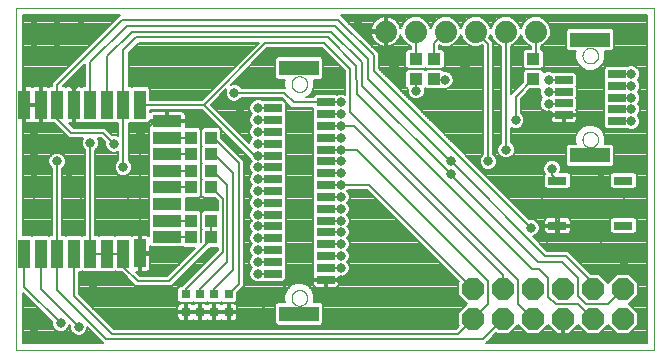
<source format=gtl>
G75*
%MOIN*%
%OFA0B0*%
%FSLAX25Y25*%
%IPPOS*%
%LPD*%
%AMOC8*
5,1,8,0,0,1.08239X$1,22.5*
%
%ADD10C,0.00000*%
%ADD11R,0.03150X0.03150*%
%ADD12R,0.03937X0.04331*%
%ADD13R,0.09646X0.03937*%
%ADD14R,0.03937X0.09646*%
%ADD15C,0.07400*%
%ADD16R,0.04331X0.03937*%
%ADD17R,0.05906X0.02756*%
%ADD18R,0.13386X0.05118*%
%ADD19R,0.06000X0.03000*%
%ADD20OC8,0.07400*%
%ADD21C,0.03175*%
%ADD22C,0.00700*%
D10*
X0042339Y0012839D02*
X0042339Y0127012D01*
X0254937Y0127012D01*
X0254937Y0012839D01*
X0042339Y0012839D01*
X0134194Y0030346D02*
X0134196Y0030447D01*
X0134202Y0030549D01*
X0134212Y0030650D01*
X0134226Y0030750D01*
X0134243Y0030850D01*
X0134265Y0030949D01*
X0134290Y0031047D01*
X0134320Y0031145D01*
X0134353Y0031241D01*
X0134389Y0031335D01*
X0134430Y0031428D01*
X0134474Y0031520D01*
X0134521Y0031609D01*
X0134573Y0031697D01*
X0134627Y0031783D01*
X0134685Y0031866D01*
X0134746Y0031947D01*
X0134810Y0032026D01*
X0134877Y0032102D01*
X0134947Y0032175D01*
X0135019Y0032246D01*
X0135095Y0032314D01*
X0135173Y0032379D01*
X0135253Y0032440D01*
X0135336Y0032499D01*
X0135421Y0032554D01*
X0135509Y0032606D01*
X0135598Y0032655D01*
X0135689Y0032699D01*
X0135781Y0032741D01*
X0135876Y0032778D01*
X0135971Y0032812D01*
X0136068Y0032843D01*
X0136166Y0032869D01*
X0136265Y0032892D01*
X0136365Y0032910D01*
X0136465Y0032925D01*
X0136566Y0032936D01*
X0136667Y0032943D01*
X0136769Y0032946D01*
X0136870Y0032945D01*
X0136971Y0032940D01*
X0137073Y0032931D01*
X0137173Y0032918D01*
X0137273Y0032901D01*
X0137373Y0032881D01*
X0137471Y0032856D01*
X0137568Y0032828D01*
X0137665Y0032796D01*
X0137760Y0032760D01*
X0137853Y0032721D01*
X0137945Y0032677D01*
X0138035Y0032631D01*
X0138123Y0032581D01*
X0138209Y0032527D01*
X0138293Y0032470D01*
X0138375Y0032410D01*
X0138454Y0032347D01*
X0138531Y0032280D01*
X0138605Y0032211D01*
X0138677Y0032139D01*
X0138745Y0032064D01*
X0138811Y0031987D01*
X0138873Y0031907D01*
X0138933Y0031825D01*
X0138989Y0031740D01*
X0139041Y0031653D01*
X0139091Y0031565D01*
X0139137Y0031474D01*
X0139179Y0031382D01*
X0139217Y0031288D01*
X0139252Y0031193D01*
X0139283Y0031096D01*
X0139311Y0030998D01*
X0139334Y0030900D01*
X0139354Y0030800D01*
X0139370Y0030700D01*
X0139382Y0030599D01*
X0139390Y0030498D01*
X0139394Y0030397D01*
X0139394Y0030295D01*
X0139390Y0030194D01*
X0139382Y0030093D01*
X0139370Y0029992D01*
X0139354Y0029892D01*
X0139334Y0029792D01*
X0139311Y0029694D01*
X0139283Y0029596D01*
X0139252Y0029499D01*
X0139217Y0029404D01*
X0139179Y0029310D01*
X0139137Y0029218D01*
X0139091Y0029127D01*
X0139041Y0029039D01*
X0138989Y0028952D01*
X0138933Y0028867D01*
X0138873Y0028785D01*
X0138811Y0028705D01*
X0138745Y0028628D01*
X0138677Y0028553D01*
X0138605Y0028481D01*
X0138531Y0028412D01*
X0138454Y0028345D01*
X0138375Y0028282D01*
X0138293Y0028222D01*
X0138209Y0028165D01*
X0138123Y0028111D01*
X0138035Y0028061D01*
X0137945Y0028015D01*
X0137853Y0027971D01*
X0137760Y0027932D01*
X0137665Y0027896D01*
X0137568Y0027864D01*
X0137471Y0027836D01*
X0137373Y0027811D01*
X0137273Y0027791D01*
X0137173Y0027774D01*
X0137073Y0027761D01*
X0136971Y0027752D01*
X0136870Y0027747D01*
X0136769Y0027746D01*
X0136667Y0027749D01*
X0136566Y0027756D01*
X0136465Y0027767D01*
X0136365Y0027782D01*
X0136265Y0027800D01*
X0136166Y0027823D01*
X0136068Y0027849D01*
X0135971Y0027880D01*
X0135876Y0027914D01*
X0135781Y0027951D01*
X0135689Y0027993D01*
X0135598Y0028037D01*
X0135509Y0028086D01*
X0135421Y0028138D01*
X0135336Y0028193D01*
X0135253Y0028252D01*
X0135173Y0028313D01*
X0135095Y0028378D01*
X0135019Y0028446D01*
X0134947Y0028517D01*
X0134877Y0028590D01*
X0134810Y0028666D01*
X0134746Y0028745D01*
X0134685Y0028826D01*
X0134627Y0028909D01*
X0134573Y0028995D01*
X0134521Y0029083D01*
X0134474Y0029172D01*
X0134430Y0029264D01*
X0134389Y0029357D01*
X0134353Y0029451D01*
X0134320Y0029547D01*
X0134290Y0029645D01*
X0134265Y0029743D01*
X0134243Y0029842D01*
X0134226Y0029942D01*
X0134212Y0030042D01*
X0134202Y0030143D01*
X0134196Y0030245D01*
X0134194Y0030346D01*
X0134194Y0030354D02*
X0134196Y0030455D01*
X0134202Y0030557D01*
X0134212Y0030658D01*
X0134226Y0030758D01*
X0134243Y0030858D01*
X0134265Y0030957D01*
X0134290Y0031055D01*
X0134320Y0031153D01*
X0134353Y0031249D01*
X0134389Y0031343D01*
X0134430Y0031436D01*
X0134474Y0031528D01*
X0134521Y0031617D01*
X0134573Y0031705D01*
X0134627Y0031791D01*
X0134685Y0031874D01*
X0134746Y0031955D01*
X0134810Y0032034D01*
X0134877Y0032110D01*
X0134947Y0032183D01*
X0135019Y0032254D01*
X0135095Y0032322D01*
X0135173Y0032387D01*
X0135253Y0032448D01*
X0135336Y0032507D01*
X0135421Y0032562D01*
X0135509Y0032614D01*
X0135598Y0032663D01*
X0135689Y0032707D01*
X0135781Y0032749D01*
X0135876Y0032786D01*
X0135971Y0032820D01*
X0136068Y0032851D01*
X0136166Y0032877D01*
X0136265Y0032900D01*
X0136365Y0032918D01*
X0136465Y0032933D01*
X0136566Y0032944D01*
X0136667Y0032951D01*
X0136769Y0032954D01*
X0136870Y0032953D01*
X0136971Y0032948D01*
X0137073Y0032939D01*
X0137173Y0032926D01*
X0137273Y0032909D01*
X0137373Y0032889D01*
X0137471Y0032864D01*
X0137568Y0032836D01*
X0137665Y0032804D01*
X0137760Y0032768D01*
X0137853Y0032729D01*
X0137945Y0032685D01*
X0138035Y0032639D01*
X0138123Y0032589D01*
X0138209Y0032535D01*
X0138293Y0032478D01*
X0138375Y0032418D01*
X0138454Y0032355D01*
X0138531Y0032288D01*
X0138605Y0032219D01*
X0138677Y0032147D01*
X0138745Y0032072D01*
X0138811Y0031995D01*
X0138873Y0031915D01*
X0138933Y0031833D01*
X0138989Y0031748D01*
X0139041Y0031661D01*
X0139091Y0031573D01*
X0139137Y0031482D01*
X0139179Y0031390D01*
X0139217Y0031296D01*
X0139252Y0031201D01*
X0139283Y0031104D01*
X0139311Y0031006D01*
X0139334Y0030908D01*
X0139354Y0030808D01*
X0139370Y0030708D01*
X0139382Y0030607D01*
X0139390Y0030506D01*
X0139394Y0030405D01*
X0139394Y0030303D01*
X0139390Y0030202D01*
X0139382Y0030101D01*
X0139370Y0030000D01*
X0139354Y0029900D01*
X0139334Y0029800D01*
X0139311Y0029702D01*
X0139283Y0029604D01*
X0139252Y0029507D01*
X0139217Y0029412D01*
X0139179Y0029318D01*
X0139137Y0029226D01*
X0139091Y0029135D01*
X0139041Y0029047D01*
X0138989Y0028960D01*
X0138933Y0028875D01*
X0138873Y0028793D01*
X0138811Y0028713D01*
X0138745Y0028636D01*
X0138677Y0028561D01*
X0138605Y0028489D01*
X0138531Y0028420D01*
X0138454Y0028353D01*
X0138375Y0028290D01*
X0138293Y0028230D01*
X0138209Y0028173D01*
X0138123Y0028119D01*
X0138035Y0028069D01*
X0137945Y0028023D01*
X0137853Y0027979D01*
X0137760Y0027940D01*
X0137665Y0027904D01*
X0137568Y0027872D01*
X0137471Y0027844D01*
X0137373Y0027819D01*
X0137273Y0027799D01*
X0137173Y0027782D01*
X0137073Y0027769D01*
X0136971Y0027760D01*
X0136870Y0027755D01*
X0136769Y0027754D01*
X0136667Y0027757D01*
X0136566Y0027764D01*
X0136465Y0027775D01*
X0136365Y0027790D01*
X0136265Y0027808D01*
X0136166Y0027831D01*
X0136068Y0027857D01*
X0135971Y0027888D01*
X0135876Y0027922D01*
X0135781Y0027959D01*
X0135689Y0028001D01*
X0135598Y0028045D01*
X0135509Y0028094D01*
X0135421Y0028146D01*
X0135336Y0028201D01*
X0135253Y0028260D01*
X0135173Y0028321D01*
X0135095Y0028386D01*
X0135019Y0028454D01*
X0134947Y0028525D01*
X0134877Y0028598D01*
X0134810Y0028674D01*
X0134746Y0028753D01*
X0134685Y0028834D01*
X0134627Y0028917D01*
X0134573Y0029003D01*
X0134521Y0029091D01*
X0134474Y0029180D01*
X0134430Y0029272D01*
X0134389Y0029365D01*
X0134353Y0029459D01*
X0134320Y0029555D01*
X0134290Y0029653D01*
X0134265Y0029751D01*
X0134243Y0029850D01*
X0134226Y0029950D01*
X0134212Y0030050D01*
X0134202Y0030151D01*
X0134196Y0030253D01*
X0134194Y0030354D01*
X0231172Y0083133D02*
X0231174Y0083234D01*
X0231180Y0083336D01*
X0231190Y0083437D01*
X0231204Y0083537D01*
X0231221Y0083637D01*
X0231243Y0083736D01*
X0231268Y0083834D01*
X0231298Y0083932D01*
X0231331Y0084028D01*
X0231367Y0084122D01*
X0231408Y0084215D01*
X0231452Y0084307D01*
X0231499Y0084396D01*
X0231551Y0084484D01*
X0231605Y0084570D01*
X0231663Y0084653D01*
X0231724Y0084734D01*
X0231788Y0084813D01*
X0231855Y0084889D01*
X0231925Y0084962D01*
X0231997Y0085033D01*
X0232073Y0085101D01*
X0232151Y0085166D01*
X0232231Y0085227D01*
X0232314Y0085286D01*
X0232399Y0085341D01*
X0232487Y0085393D01*
X0232576Y0085442D01*
X0232667Y0085486D01*
X0232759Y0085528D01*
X0232854Y0085565D01*
X0232949Y0085599D01*
X0233046Y0085630D01*
X0233144Y0085656D01*
X0233243Y0085679D01*
X0233343Y0085697D01*
X0233443Y0085712D01*
X0233544Y0085723D01*
X0233645Y0085730D01*
X0233747Y0085733D01*
X0233848Y0085732D01*
X0233949Y0085727D01*
X0234051Y0085718D01*
X0234151Y0085705D01*
X0234251Y0085688D01*
X0234351Y0085668D01*
X0234449Y0085643D01*
X0234546Y0085615D01*
X0234643Y0085583D01*
X0234738Y0085547D01*
X0234831Y0085508D01*
X0234923Y0085464D01*
X0235013Y0085418D01*
X0235101Y0085368D01*
X0235187Y0085314D01*
X0235271Y0085257D01*
X0235353Y0085197D01*
X0235432Y0085134D01*
X0235509Y0085067D01*
X0235583Y0084998D01*
X0235655Y0084926D01*
X0235723Y0084851D01*
X0235789Y0084774D01*
X0235851Y0084694D01*
X0235911Y0084612D01*
X0235967Y0084527D01*
X0236019Y0084440D01*
X0236069Y0084352D01*
X0236115Y0084261D01*
X0236157Y0084169D01*
X0236195Y0084075D01*
X0236230Y0083980D01*
X0236261Y0083883D01*
X0236289Y0083785D01*
X0236312Y0083687D01*
X0236332Y0083587D01*
X0236348Y0083487D01*
X0236360Y0083386D01*
X0236368Y0083285D01*
X0236372Y0083184D01*
X0236372Y0083082D01*
X0236368Y0082981D01*
X0236360Y0082880D01*
X0236348Y0082779D01*
X0236332Y0082679D01*
X0236312Y0082579D01*
X0236289Y0082481D01*
X0236261Y0082383D01*
X0236230Y0082286D01*
X0236195Y0082191D01*
X0236157Y0082097D01*
X0236115Y0082005D01*
X0236069Y0081914D01*
X0236019Y0081826D01*
X0235967Y0081739D01*
X0235911Y0081654D01*
X0235851Y0081572D01*
X0235789Y0081492D01*
X0235723Y0081415D01*
X0235655Y0081340D01*
X0235583Y0081268D01*
X0235509Y0081199D01*
X0235432Y0081132D01*
X0235353Y0081069D01*
X0235271Y0081009D01*
X0235187Y0080952D01*
X0235101Y0080898D01*
X0235013Y0080848D01*
X0234923Y0080802D01*
X0234831Y0080758D01*
X0234738Y0080719D01*
X0234643Y0080683D01*
X0234546Y0080651D01*
X0234449Y0080623D01*
X0234351Y0080598D01*
X0234251Y0080578D01*
X0234151Y0080561D01*
X0234051Y0080548D01*
X0233949Y0080539D01*
X0233848Y0080534D01*
X0233747Y0080533D01*
X0233645Y0080536D01*
X0233544Y0080543D01*
X0233443Y0080554D01*
X0233343Y0080569D01*
X0233243Y0080587D01*
X0233144Y0080610D01*
X0233046Y0080636D01*
X0232949Y0080667D01*
X0232854Y0080701D01*
X0232759Y0080738D01*
X0232667Y0080780D01*
X0232576Y0080824D01*
X0232487Y0080873D01*
X0232399Y0080925D01*
X0232314Y0080980D01*
X0232231Y0081039D01*
X0232151Y0081100D01*
X0232073Y0081165D01*
X0231997Y0081233D01*
X0231925Y0081304D01*
X0231855Y0081377D01*
X0231788Y0081453D01*
X0231724Y0081532D01*
X0231663Y0081613D01*
X0231605Y0081696D01*
X0231551Y0081782D01*
X0231499Y0081870D01*
X0231452Y0081959D01*
X0231408Y0082051D01*
X0231367Y0082144D01*
X0231331Y0082238D01*
X0231298Y0082334D01*
X0231268Y0082432D01*
X0231243Y0082530D01*
X0231221Y0082629D01*
X0231204Y0082729D01*
X0231190Y0082829D01*
X0231180Y0082930D01*
X0231174Y0083032D01*
X0231172Y0083133D01*
X0231172Y0083141D02*
X0231174Y0083242D01*
X0231180Y0083344D01*
X0231190Y0083445D01*
X0231204Y0083545D01*
X0231221Y0083645D01*
X0231243Y0083744D01*
X0231268Y0083842D01*
X0231298Y0083940D01*
X0231331Y0084036D01*
X0231367Y0084130D01*
X0231408Y0084223D01*
X0231452Y0084315D01*
X0231499Y0084404D01*
X0231551Y0084492D01*
X0231605Y0084578D01*
X0231663Y0084661D01*
X0231724Y0084742D01*
X0231788Y0084821D01*
X0231855Y0084897D01*
X0231925Y0084970D01*
X0231997Y0085041D01*
X0232073Y0085109D01*
X0232151Y0085174D01*
X0232231Y0085235D01*
X0232314Y0085294D01*
X0232399Y0085349D01*
X0232487Y0085401D01*
X0232576Y0085450D01*
X0232667Y0085494D01*
X0232759Y0085536D01*
X0232854Y0085573D01*
X0232949Y0085607D01*
X0233046Y0085638D01*
X0233144Y0085664D01*
X0233243Y0085687D01*
X0233343Y0085705D01*
X0233443Y0085720D01*
X0233544Y0085731D01*
X0233645Y0085738D01*
X0233747Y0085741D01*
X0233848Y0085740D01*
X0233949Y0085735D01*
X0234051Y0085726D01*
X0234151Y0085713D01*
X0234251Y0085696D01*
X0234351Y0085676D01*
X0234449Y0085651D01*
X0234546Y0085623D01*
X0234643Y0085591D01*
X0234738Y0085555D01*
X0234831Y0085516D01*
X0234923Y0085472D01*
X0235013Y0085426D01*
X0235101Y0085376D01*
X0235187Y0085322D01*
X0235271Y0085265D01*
X0235353Y0085205D01*
X0235432Y0085142D01*
X0235509Y0085075D01*
X0235583Y0085006D01*
X0235655Y0084934D01*
X0235723Y0084859D01*
X0235789Y0084782D01*
X0235851Y0084702D01*
X0235911Y0084620D01*
X0235967Y0084535D01*
X0236019Y0084448D01*
X0236069Y0084360D01*
X0236115Y0084269D01*
X0236157Y0084177D01*
X0236195Y0084083D01*
X0236230Y0083988D01*
X0236261Y0083891D01*
X0236289Y0083793D01*
X0236312Y0083695D01*
X0236332Y0083595D01*
X0236348Y0083495D01*
X0236360Y0083394D01*
X0236368Y0083293D01*
X0236372Y0083192D01*
X0236372Y0083090D01*
X0236368Y0082989D01*
X0236360Y0082888D01*
X0236348Y0082787D01*
X0236332Y0082687D01*
X0236312Y0082587D01*
X0236289Y0082489D01*
X0236261Y0082391D01*
X0236230Y0082294D01*
X0236195Y0082199D01*
X0236157Y0082105D01*
X0236115Y0082013D01*
X0236069Y0081922D01*
X0236019Y0081834D01*
X0235967Y0081747D01*
X0235911Y0081662D01*
X0235851Y0081580D01*
X0235789Y0081500D01*
X0235723Y0081423D01*
X0235655Y0081348D01*
X0235583Y0081276D01*
X0235509Y0081207D01*
X0235432Y0081140D01*
X0235353Y0081077D01*
X0235271Y0081017D01*
X0235187Y0080960D01*
X0235101Y0080906D01*
X0235013Y0080856D01*
X0234923Y0080810D01*
X0234831Y0080766D01*
X0234738Y0080727D01*
X0234643Y0080691D01*
X0234546Y0080659D01*
X0234449Y0080631D01*
X0234351Y0080606D01*
X0234251Y0080586D01*
X0234151Y0080569D01*
X0234051Y0080556D01*
X0233949Y0080547D01*
X0233848Y0080542D01*
X0233747Y0080541D01*
X0233645Y0080544D01*
X0233544Y0080551D01*
X0233443Y0080562D01*
X0233343Y0080577D01*
X0233243Y0080595D01*
X0233144Y0080618D01*
X0233046Y0080644D01*
X0232949Y0080675D01*
X0232854Y0080709D01*
X0232759Y0080746D01*
X0232667Y0080788D01*
X0232576Y0080832D01*
X0232487Y0080881D01*
X0232399Y0080933D01*
X0232314Y0080988D01*
X0232231Y0081047D01*
X0232151Y0081108D01*
X0232073Y0081173D01*
X0231997Y0081241D01*
X0231925Y0081312D01*
X0231855Y0081385D01*
X0231788Y0081461D01*
X0231724Y0081540D01*
X0231663Y0081621D01*
X0231605Y0081704D01*
X0231551Y0081790D01*
X0231499Y0081878D01*
X0231452Y0081967D01*
X0231408Y0082059D01*
X0231367Y0082152D01*
X0231331Y0082246D01*
X0231298Y0082342D01*
X0231268Y0082440D01*
X0231243Y0082538D01*
X0231221Y0082637D01*
X0231204Y0082737D01*
X0231190Y0082837D01*
X0231180Y0082938D01*
X0231174Y0083040D01*
X0231172Y0083141D01*
X0231172Y0111086D02*
X0231174Y0111187D01*
X0231180Y0111289D01*
X0231190Y0111390D01*
X0231204Y0111490D01*
X0231221Y0111590D01*
X0231243Y0111689D01*
X0231268Y0111787D01*
X0231298Y0111885D01*
X0231331Y0111981D01*
X0231367Y0112075D01*
X0231408Y0112168D01*
X0231452Y0112260D01*
X0231499Y0112349D01*
X0231551Y0112437D01*
X0231605Y0112523D01*
X0231663Y0112606D01*
X0231724Y0112687D01*
X0231788Y0112766D01*
X0231855Y0112842D01*
X0231925Y0112915D01*
X0231997Y0112986D01*
X0232073Y0113054D01*
X0232151Y0113119D01*
X0232231Y0113180D01*
X0232314Y0113239D01*
X0232399Y0113294D01*
X0232487Y0113346D01*
X0232576Y0113395D01*
X0232667Y0113439D01*
X0232759Y0113481D01*
X0232854Y0113518D01*
X0232949Y0113552D01*
X0233046Y0113583D01*
X0233144Y0113609D01*
X0233243Y0113632D01*
X0233343Y0113650D01*
X0233443Y0113665D01*
X0233544Y0113676D01*
X0233645Y0113683D01*
X0233747Y0113686D01*
X0233848Y0113685D01*
X0233949Y0113680D01*
X0234051Y0113671D01*
X0234151Y0113658D01*
X0234251Y0113641D01*
X0234351Y0113621D01*
X0234449Y0113596D01*
X0234546Y0113568D01*
X0234643Y0113536D01*
X0234738Y0113500D01*
X0234831Y0113461D01*
X0234923Y0113417D01*
X0235013Y0113371D01*
X0235101Y0113321D01*
X0235187Y0113267D01*
X0235271Y0113210D01*
X0235353Y0113150D01*
X0235432Y0113087D01*
X0235509Y0113020D01*
X0235583Y0112951D01*
X0235655Y0112879D01*
X0235723Y0112804D01*
X0235789Y0112727D01*
X0235851Y0112647D01*
X0235911Y0112565D01*
X0235967Y0112480D01*
X0236019Y0112393D01*
X0236069Y0112305D01*
X0236115Y0112214D01*
X0236157Y0112122D01*
X0236195Y0112028D01*
X0236230Y0111933D01*
X0236261Y0111836D01*
X0236289Y0111738D01*
X0236312Y0111640D01*
X0236332Y0111540D01*
X0236348Y0111440D01*
X0236360Y0111339D01*
X0236368Y0111238D01*
X0236372Y0111137D01*
X0236372Y0111035D01*
X0236368Y0110934D01*
X0236360Y0110833D01*
X0236348Y0110732D01*
X0236332Y0110632D01*
X0236312Y0110532D01*
X0236289Y0110434D01*
X0236261Y0110336D01*
X0236230Y0110239D01*
X0236195Y0110144D01*
X0236157Y0110050D01*
X0236115Y0109958D01*
X0236069Y0109867D01*
X0236019Y0109779D01*
X0235967Y0109692D01*
X0235911Y0109607D01*
X0235851Y0109525D01*
X0235789Y0109445D01*
X0235723Y0109368D01*
X0235655Y0109293D01*
X0235583Y0109221D01*
X0235509Y0109152D01*
X0235432Y0109085D01*
X0235353Y0109022D01*
X0235271Y0108962D01*
X0235187Y0108905D01*
X0235101Y0108851D01*
X0235013Y0108801D01*
X0234923Y0108755D01*
X0234831Y0108711D01*
X0234738Y0108672D01*
X0234643Y0108636D01*
X0234546Y0108604D01*
X0234449Y0108576D01*
X0234351Y0108551D01*
X0234251Y0108531D01*
X0234151Y0108514D01*
X0234051Y0108501D01*
X0233949Y0108492D01*
X0233848Y0108487D01*
X0233747Y0108486D01*
X0233645Y0108489D01*
X0233544Y0108496D01*
X0233443Y0108507D01*
X0233343Y0108522D01*
X0233243Y0108540D01*
X0233144Y0108563D01*
X0233046Y0108589D01*
X0232949Y0108620D01*
X0232854Y0108654D01*
X0232759Y0108691D01*
X0232667Y0108733D01*
X0232576Y0108777D01*
X0232487Y0108826D01*
X0232399Y0108878D01*
X0232314Y0108933D01*
X0232231Y0108992D01*
X0232151Y0109053D01*
X0232073Y0109118D01*
X0231997Y0109186D01*
X0231925Y0109257D01*
X0231855Y0109330D01*
X0231788Y0109406D01*
X0231724Y0109485D01*
X0231663Y0109566D01*
X0231605Y0109649D01*
X0231551Y0109735D01*
X0231499Y0109823D01*
X0231452Y0109912D01*
X0231408Y0110004D01*
X0231367Y0110097D01*
X0231331Y0110191D01*
X0231298Y0110287D01*
X0231268Y0110385D01*
X0231243Y0110483D01*
X0231221Y0110582D01*
X0231204Y0110682D01*
X0231190Y0110782D01*
X0231180Y0110883D01*
X0231174Y0110985D01*
X0231172Y0111086D01*
X0231172Y0111094D02*
X0231174Y0111195D01*
X0231180Y0111297D01*
X0231190Y0111398D01*
X0231204Y0111498D01*
X0231221Y0111598D01*
X0231243Y0111697D01*
X0231268Y0111795D01*
X0231298Y0111893D01*
X0231331Y0111989D01*
X0231367Y0112083D01*
X0231408Y0112176D01*
X0231452Y0112268D01*
X0231499Y0112357D01*
X0231551Y0112445D01*
X0231605Y0112531D01*
X0231663Y0112614D01*
X0231724Y0112695D01*
X0231788Y0112774D01*
X0231855Y0112850D01*
X0231925Y0112923D01*
X0231997Y0112994D01*
X0232073Y0113062D01*
X0232151Y0113127D01*
X0232231Y0113188D01*
X0232314Y0113247D01*
X0232399Y0113302D01*
X0232487Y0113354D01*
X0232576Y0113403D01*
X0232667Y0113447D01*
X0232759Y0113489D01*
X0232854Y0113526D01*
X0232949Y0113560D01*
X0233046Y0113591D01*
X0233144Y0113617D01*
X0233243Y0113640D01*
X0233343Y0113658D01*
X0233443Y0113673D01*
X0233544Y0113684D01*
X0233645Y0113691D01*
X0233747Y0113694D01*
X0233848Y0113693D01*
X0233949Y0113688D01*
X0234051Y0113679D01*
X0234151Y0113666D01*
X0234251Y0113649D01*
X0234351Y0113629D01*
X0234449Y0113604D01*
X0234546Y0113576D01*
X0234643Y0113544D01*
X0234738Y0113508D01*
X0234831Y0113469D01*
X0234923Y0113425D01*
X0235013Y0113379D01*
X0235101Y0113329D01*
X0235187Y0113275D01*
X0235271Y0113218D01*
X0235353Y0113158D01*
X0235432Y0113095D01*
X0235509Y0113028D01*
X0235583Y0112959D01*
X0235655Y0112887D01*
X0235723Y0112812D01*
X0235789Y0112735D01*
X0235851Y0112655D01*
X0235911Y0112573D01*
X0235967Y0112488D01*
X0236019Y0112401D01*
X0236069Y0112313D01*
X0236115Y0112222D01*
X0236157Y0112130D01*
X0236195Y0112036D01*
X0236230Y0111941D01*
X0236261Y0111844D01*
X0236289Y0111746D01*
X0236312Y0111648D01*
X0236332Y0111548D01*
X0236348Y0111448D01*
X0236360Y0111347D01*
X0236368Y0111246D01*
X0236372Y0111145D01*
X0236372Y0111043D01*
X0236368Y0110942D01*
X0236360Y0110841D01*
X0236348Y0110740D01*
X0236332Y0110640D01*
X0236312Y0110540D01*
X0236289Y0110442D01*
X0236261Y0110344D01*
X0236230Y0110247D01*
X0236195Y0110152D01*
X0236157Y0110058D01*
X0236115Y0109966D01*
X0236069Y0109875D01*
X0236019Y0109787D01*
X0235967Y0109700D01*
X0235911Y0109615D01*
X0235851Y0109533D01*
X0235789Y0109453D01*
X0235723Y0109376D01*
X0235655Y0109301D01*
X0235583Y0109229D01*
X0235509Y0109160D01*
X0235432Y0109093D01*
X0235353Y0109030D01*
X0235271Y0108970D01*
X0235187Y0108913D01*
X0235101Y0108859D01*
X0235013Y0108809D01*
X0234923Y0108763D01*
X0234831Y0108719D01*
X0234738Y0108680D01*
X0234643Y0108644D01*
X0234546Y0108612D01*
X0234449Y0108584D01*
X0234351Y0108559D01*
X0234251Y0108539D01*
X0234151Y0108522D01*
X0234051Y0108509D01*
X0233949Y0108500D01*
X0233848Y0108495D01*
X0233747Y0108494D01*
X0233645Y0108497D01*
X0233544Y0108504D01*
X0233443Y0108515D01*
X0233343Y0108530D01*
X0233243Y0108548D01*
X0233144Y0108571D01*
X0233046Y0108597D01*
X0232949Y0108628D01*
X0232854Y0108662D01*
X0232759Y0108699D01*
X0232667Y0108741D01*
X0232576Y0108785D01*
X0232487Y0108834D01*
X0232399Y0108886D01*
X0232314Y0108941D01*
X0232231Y0109000D01*
X0232151Y0109061D01*
X0232073Y0109126D01*
X0231997Y0109194D01*
X0231925Y0109265D01*
X0231855Y0109338D01*
X0231788Y0109414D01*
X0231724Y0109493D01*
X0231663Y0109574D01*
X0231605Y0109657D01*
X0231551Y0109743D01*
X0231499Y0109831D01*
X0231452Y0109920D01*
X0231408Y0110012D01*
X0231367Y0110105D01*
X0231331Y0110199D01*
X0231298Y0110295D01*
X0231268Y0110393D01*
X0231243Y0110491D01*
X0231221Y0110590D01*
X0231204Y0110690D01*
X0231190Y0110790D01*
X0231180Y0110891D01*
X0231174Y0110993D01*
X0231172Y0111094D01*
X0134194Y0101613D02*
X0134196Y0101714D01*
X0134202Y0101816D01*
X0134212Y0101917D01*
X0134226Y0102017D01*
X0134243Y0102117D01*
X0134265Y0102216D01*
X0134290Y0102314D01*
X0134320Y0102412D01*
X0134353Y0102508D01*
X0134389Y0102602D01*
X0134430Y0102695D01*
X0134474Y0102787D01*
X0134521Y0102876D01*
X0134573Y0102964D01*
X0134627Y0103050D01*
X0134685Y0103133D01*
X0134746Y0103214D01*
X0134810Y0103293D01*
X0134877Y0103369D01*
X0134947Y0103442D01*
X0135019Y0103513D01*
X0135095Y0103581D01*
X0135173Y0103646D01*
X0135253Y0103707D01*
X0135336Y0103766D01*
X0135421Y0103821D01*
X0135509Y0103873D01*
X0135598Y0103922D01*
X0135689Y0103966D01*
X0135781Y0104008D01*
X0135876Y0104045D01*
X0135971Y0104079D01*
X0136068Y0104110D01*
X0136166Y0104136D01*
X0136265Y0104159D01*
X0136365Y0104177D01*
X0136465Y0104192D01*
X0136566Y0104203D01*
X0136667Y0104210D01*
X0136769Y0104213D01*
X0136870Y0104212D01*
X0136971Y0104207D01*
X0137073Y0104198D01*
X0137173Y0104185D01*
X0137273Y0104168D01*
X0137373Y0104148D01*
X0137471Y0104123D01*
X0137568Y0104095D01*
X0137665Y0104063D01*
X0137760Y0104027D01*
X0137853Y0103988D01*
X0137945Y0103944D01*
X0138035Y0103898D01*
X0138123Y0103848D01*
X0138209Y0103794D01*
X0138293Y0103737D01*
X0138375Y0103677D01*
X0138454Y0103614D01*
X0138531Y0103547D01*
X0138605Y0103478D01*
X0138677Y0103406D01*
X0138745Y0103331D01*
X0138811Y0103254D01*
X0138873Y0103174D01*
X0138933Y0103092D01*
X0138989Y0103007D01*
X0139041Y0102920D01*
X0139091Y0102832D01*
X0139137Y0102741D01*
X0139179Y0102649D01*
X0139217Y0102555D01*
X0139252Y0102460D01*
X0139283Y0102363D01*
X0139311Y0102265D01*
X0139334Y0102167D01*
X0139354Y0102067D01*
X0139370Y0101967D01*
X0139382Y0101866D01*
X0139390Y0101765D01*
X0139394Y0101664D01*
X0139394Y0101562D01*
X0139390Y0101461D01*
X0139382Y0101360D01*
X0139370Y0101259D01*
X0139354Y0101159D01*
X0139334Y0101059D01*
X0139311Y0100961D01*
X0139283Y0100863D01*
X0139252Y0100766D01*
X0139217Y0100671D01*
X0139179Y0100577D01*
X0139137Y0100485D01*
X0139091Y0100394D01*
X0139041Y0100306D01*
X0138989Y0100219D01*
X0138933Y0100134D01*
X0138873Y0100052D01*
X0138811Y0099972D01*
X0138745Y0099895D01*
X0138677Y0099820D01*
X0138605Y0099748D01*
X0138531Y0099679D01*
X0138454Y0099612D01*
X0138375Y0099549D01*
X0138293Y0099489D01*
X0138209Y0099432D01*
X0138123Y0099378D01*
X0138035Y0099328D01*
X0137945Y0099282D01*
X0137853Y0099238D01*
X0137760Y0099199D01*
X0137665Y0099163D01*
X0137568Y0099131D01*
X0137471Y0099103D01*
X0137373Y0099078D01*
X0137273Y0099058D01*
X0137173Y0099041D01*
X0137073Y0099028D01*
X0136971Y0099019D01*
X0136870Y0099014D01*
X0136769Y0099013D01*
X0136667Y0099016D01*
X0136566Y0099023D01*
X0136465Y0099034D01*
X0136365Y0099049D01*
X0136265Y0099067D01*
X0136166Y0099090D01*
X0136068Y0099116D01*
X0135971Y0099147D01*
X0135876Y0099181D01*
X0135781Y0099218D01*
X0135689Y0099260D01*
X0135598Y0099304D01*
X0135509Y0099353D01*
X0135421Y0099405D01*
X0135336Y0099460D01*
X0135253Y0099519D01*
X0135173Y0099580D01*
X0135095Y0099645D01*
X0135019Y0099713D01*
X0134947Y0099784D01*
X0134877Y0099857D01*
X0134810Y0099933D01*
X0134746Y0100012D01*
X0134685Y0100093D01*
X0134627Y0100176D01*
X0134573Y0100262D01*
X0134521Y0100350D01*
X0134474Y0100439D01*
X0134430Y0100531D01*
X0134389Y0100624D01*
X0134353Y0100718D01*
X0134320Y0100814D01*
X0134290Y0100912D01*
X0134265Y0101010D01*
X0134243Y0101109D01*
X0134226Y0101209D01*
X0134212Y0101309D01*
X0134202Y0101410D01*
X0134196Y0101512D01*
X0134194Y0101613D01*
X0134194Y0101606D02*
X0134196Y0101707D01*
X0134202Y0101809D01*
X0134212Y0101910D01*
X0134226Y0102010D01*
X0134243Y0102110D01*
X0134265Y0102209D01*
X0134290Y0102307D01*
X0134320Y0102405D01*
X0134353Y0102501D01*
X0134389Y0102595D01*
X0134430Y0102688D01*
X0134474Y0102780D01*
X0134521Y0102869D01*
X0134573Y0102957D01*
X0134627Y0103043D01*
X0134685Y0103126D01*
X0134746Y0103207D01*
X0134810Y0103286D01*
X0134877Y0103362D01*
X0134947Y0103435D01*
X0135019Y0103506D01*
X0135095Y0103574D01*
X0135173Y0103639D01*
X0135253Y0103700D01*
X0135336Y0103759D01*
X0135421Y0103814D01*
X0135509Y0103866D01*
X0135598Y0103915D01*
X0135689Y0103959D01*
X0135781Y0104001D01*
X0135876Y0104038D01*
X0135971Y0104072D01*
X0136068Y0104103D01*
X0136166Y0104129D01*
X0136265Y0104152D01*
X0136365Y0104170D01*
X0136465Y0104185D01*
X0136566Y0104196D01*
X0136667Y0104203D01*
X0136769Y0104206D01*
X0136870Y0104205D01*
X0136971Y0104200D01*
X0137073Y0104191D01*
X0137173Y0104178D01*
X0137273Y0104161D01*
X0137373Y0104141D01*
X0137471Y0104116D01*
X0137568Y0104088D01*
X0137665Y0104056D01*
X0137760Y0104020D01*
X0137853Y0103981D01*
X0137945Y0103937D01*
X0138035Y0103891D01*
X0138123Y0103841D01*
X0138209Y0103787D01*
X0138293Y0103730D01*
X0138375Y0103670D01*
X0138454Y0103607D01*
X0138531Y0103540D01*
X0138605Y0103471D01*
X0138677Y0103399D01*
X0138745Y0103324D01*
X0138811Y0103247D01*
X0138873Y0103167D01*
X0138933Y0103085D01*
X0138989Y0103000D01*
X0139041Y0102913D01*
X0139091Y0102825D01*
X0139137Y0102734D01*
X0139179Y0102642D01*
X0139217Y0102548D01*
X0139252Y0102453D01*
X0139283Y0102356D01*
X0139311Y0102258D01*
X0139334Y0102160D01*
X0139354Y0102060D01*
X0139370Y0101960D01*
X0139382Y0101859D01*
X0139390Y0101758D01*
X0139394Y0101657D01*
X0139394Y0101555D01*
X0139390Y0101454D01*
X0139382Y0101353D01*
X0139370Y0101252D01*
X0139354Y0101152D01*
X0139334Y0101052D01*
X0139311Y0100954D01*
X0139283Y0100856D01*
X0139252Y0100759D01*
X0139217Y0100664D01*
X0139179Y0100570D01*
X0139137Y0100478D01*
X0139091Y0100387D01*
X0139041Y0100299D01*
X0138989Y0100212D01*
X0138933Y0100127D01*
X0138873Y0100045D01*
X0138811Y0099965D01*
X0138745Y0099888D01*
X0138677Y0099813D01*
X0138605Y0099741D01*
X0138531Y0099672D01*
X0138454Y0099605D01*
X0138375Y0099542D01*
X0138293Y0099482D01*
X0138209Y0099425D01*
X0138123Y0099371D01*
X0138035Y0099321D01*
X0137945Y0099275D01*
X0137853Y0099231D01*
X0137760Y0099192D01*
X0137665Y0099156D01*
X0137568Y0099124D01*
X0137471Y0099096D01*
X0137373Y0099071D01*
X0137273Y0099051D01*
X0137173Y0099034D01*
X0137073Y0099021D01*
X0136971Y0099012D01*
X0136870Y0099007D01*
X0136769Y0099006D01*
X0136667Y0099009D01*
X0136566Y0099016D01*
X0136465Y0099027D01*
X0136365Y0099042D01*
X0136265Y0099060D01*
X0136166Y0099083D01*
X0136068Y0099109D01*
X0135971Y0099140D01*
X0135876Y0099174D01*
X0135781Y0099211D01*
X0135689Y0099253D01*
X0135598Y0099297D01*
X0135509Y0099346D01*
X0135421Y0099398D01*
X0135336Y0099453D01*
X0135253Y0099512D01*
X0135173Y0099573D01*
X0135095Y0099638D01*
X0135019Y0099706D01*
X0134947Y0099777D01*
X0134877Y0099850D01*
X0134810Y0099926D01*
X0134746Y0100005D01*
X0134685Y0100086D01*
X0134627Y0100169D01*
X0134573Y0100255D01*
X0134521Y0100343D01*
X0134474Y0100432D01*
X0134430Y0100524D01*
X0134389Y0100617D01*
X0134353Y0100711D01*
X0134320Y0100807D01*
X0134290Y0100905D01*
X0134265Y0101003D01*
X0134243Y0101102D01*
X0134226Y0101202D01*
X0134212Y0101302D01*
X0134202Y0101403D01*
X0134196Y0101505D01*
X0134194Y0101606D01*
D11*
X0113205Y0031539D03*
X0108480Y0031539D03*
X0103756Y0031539D03*
X0099031Y0031539D03*
X0099031Y0025634D03*
X0103756Y0025634D03*
X0108480Y0025634D03*
X0113205Y0025634D03*
D12*
X0107496Y0050634D03*
X0100803Y0050634D03*
X0100803Y0056146D03*
X0107496Y0056146D03*
X0107496Y0067169D03*
X0100803Y0067169D03*
X0100803Y0072681D03*
X0107496Y0072681D03*
X0107496Y0078193D03*
X0107496Y0083705D03*
X0100803Y0083705D03*
X0100803Y0078193D03*
D13*
X0092713Y0078193D03*
X0092713Y0083705D03*
X0092713Y0089217D03*
X0092713Y0072681D03*
X0092713Y0067169D03*
X0092713Y0061657D03*
X0092713Y0056146D03*
X0092713Y0050634D03*
D14*
X0083677Y0045154D03*
X0078165Y0045142D03*
X0072654Y0045142D03*
X0067142Y0045142D03*
X0061630Y0045142D03*
X0056118Y0045142D03*
X0050606Y0045142D03*
X0045094Y0045142D03*
X0045094Y0094709D03*
X0050606Y0094709D03*
X0056118Y0094709D03*
X0061630Y0094709D03*
X0067142Y0094709D03*
X0072654Y0094709D03*
X0078165Y0094709D03*
X0083677Y0094709D03*
D15*
X0165567Y0119138D03*
X0175567Y0119138D03*
X0185567Y0119138D03*
X0195567Y0119138D03*
X0205567Y0119138D03*
X0215567Y0119138D03*
D16*
X0214717Y0109972D03*
X0214717Y0103280D03*
X0181709Y0103193D03*
X0175685Y0103280D03*
X0175685Y0109972D03*
X0181709Y0109886D03*
D17*
X0145652Y0095511D03*
X0145652Y0091574D03*
X0145652Y0087637D03*
X0145652Y0083700D03*
X0145652Y0079763D03*
X0145652Y0075826D03*
X0145652Y0071889D03*
X0145652Y0067952D03*
X0145652Y0064015D03*
X0145652Y0060078D03*
X0145652Y0056141D03*
X0145652Y0052204D03*
X0145652Y0048267D03*
X0145652Y0044330D03*
X0145652Y0040393D03*
X0145652Y0036456D03*
X0127935Y0038424D03*
X0127935Y0042361D03*
X0127935Y0046298D03*
X0127935Y0050235D03*
X0127935Y0054172D03*
X0127935Y0058109D03*
X0127935Y0062046D03*
X0127935Y0065983D03*
X0127935Y0069920D03*
X0127935Y0073857D03*
X0127935Y0077794D03*
X0127935Y0081731D03*
X0127935Y0085669D03*
X0127935Y0089606D03*
X0127935Y0093543D03*
X0224913Y0095149D03*
X0224913Y0091212D03*
X0224913Y0099086D03*
X0224913Y0103023D03*
X0242630Y0104991D03*
X0242630Y0101054D03*
X0242630Y0097117D03*
X0242630Y0093180D03*
X0242630Y0089243D03*
D18*
X0233772Y0077826D03*
X0233772Y0116409D03*
X0136794Y0106928D03*
X0136794Y0025039D03*
D19*
X0222854Y0054461D03*
X0222854Y0069461D03*
X0244854Y0069461D03*
X0244854Y0054461D03*
D20*
X0244701Y0033311D03*
X0234701Y0033311D03*
X0224701Y0033311D03*
X0214701Y0033311D03*
X0204701Y0033311D03*
X0194701Y0033311D03*
X0194701Y0023311D03*
X0204701Y0023311D03*
X0214701Y0023311D03*
X0224701Y0023311D03*
X0234701Y0023311D03*
X0244701Y0023311D03*
D21*
X0245094Y0042366D03*
X0237220Y0050240D03*
X0245094Y0062051D03*
X0237220Y0069925D03*
X0221079Y0073469D03*
X0205724Y0073862D03*
X0199819Y0075831D03*
X0205724Y0079768D03*
X0208874Y0089610D03*
X0219898Y0091185D03*
X0219898Y0095122D03*
X0219898Y0099059D03*
X0219898Y0102996D03*
X0245094Y0117169D03*
X0247457Y0104965D03*
X0247457Y0101028D03*
X0247457Y0097091D03*
X0247457Y0093154D03*
X0247457Y0089217D03*
X0217535Y0062051D03*
X0213992Y0053783D03*
X0219504Y0050240D03*
X0187220Y0071500D03*
X0187220Y0075831D03*
X0189976Y0087642D03*
X0175803Y0099453D03*
X0185252Y0102996D03*
X0191945Y0107327D03*
X0168323Y0107327D03*
X0150606Y0095516D03*
X0150606Y0091579D03*
X0150606Y0087642D03*
X0150606Y0087629D03*
X0150606Y0083705D03*
X0150606Y0079768D03*
X0150606Y0075831D03*
X0150606Y0071894D03*
X0150606Y0071881D03*
X0150606Y0067957D03*
X0150606Y0067944D03*
X0150606Y0064020D03*
X0150606Y0060083D03*
X0150606Y0056146D03*
X0150606Y0052209D03*
X0150606Y0048272D03*
X0150606Y0044335D03*
X0150606Y0040398D03*
X0150606Y0036461D03*
X0158480Y0038429D03*
X0166354Y0046303D03*
X0158480Y0054177D03*
X0178953Y0043547D03*
X0178165Y0030555D03*
X0170291Y0022681D03*
X0186039Y0022681D03*
X0148638Y0024650D03*
X0123047Y0038429D03*
X0123047Y0042366D03*
X0123047Y0046303D03*
X0123047Y0050240D03*
X0123047Y0054177D03*
X0123047Y0058114D03*
X0123047Y0062051D03*
X0123047Y0065988D03*
X0123047Y0069925D03*
X0123047Y0073862D03*
X0123047Y0077799D03*
X0123047Y0081736D03*
X0123047Y0085673D03*
X0123047Y0089610D03*
X0123047Y0093547D03*
X0117142Y0093547D03*
X0115173Y0098665D03*
X0119110Y0103390D03*
X0111236Y0109295D03*
X0083677Y0109295D03*
X0063992Y0121106D03*
X0056118Y0121106D03*
X0048244Y0121106D03*
X0048244Y0113232D03*
X0056118Y0113232D03*
X0048244Y0105358D03*
X0061630Y0101421D03*
X0048244Y0085673D03*
X0056118Y0081736D03*
X0056118Y0075831D03*
X0060055Y0069925D03*
X0063992Y0062051D03*
X0060055Y0054177D03*
X0071866Y0054177D03*
X0079740Y0062051D03*
X0078165Y0073862D03*
X0071866Y0073862D03*
X0075016Y0081736D03*
X0067142Y0082130D03*
X0083677Y0085673D03*
X0103362Y0062051D03*
X0089583Y0044335D03*
X0067929Y0034492D03*
X0081709Y0024650D03*
X0093520Y0024650D03*
X0063205Y0020713D03*
X0057299Y0021894D03*
X0048244Y0024650D03*
X0048244Y0018744D03*
X0048244Y0054177D03*
X0048244Y0062051D03*
X0048244Y0069925D03*
X0048244Y0077799D03*
X0149031Y0104965D03*
X0156512Y0121500D03*
D22*
X0154889Y0120409D02*
X0160670Y0120409D01*
X0160641Y0120320D02*
X0160517Y0119535D01*
X0160517Y0119488D01*
X0165217Y0119488D01*
X0165217Y0124188D01*
X0165169Y0124188D01*
X0164384Y0124063D01*
X0163628Y0123818D01*
X0162920Y0123457D01*
X0162277Y0122990D01*
X0161715Y0122428D01*
X0161248Y0121785D01*
X0160887Y0121076D01*
X0160641Y0120320D01*
X0160545Y0119711D02*
X0155587Y0119711D01*
X0156286Y0119012D02*
X0165217Y0119012D01*
X0165217Y0118788D02*
X0160517Y0118788D01*
X0160517Y0118740D01*
X0160641Y0117955D01*
X0160887Y0117199D01*
X0161248Y0116491D01*
X0161715Y0115848D01*
X0162277Y0115286D01*
X0162920Y0114819D01*
X0163628Y0114458D01*
X0164384Y0114212D01*
X0165169Y0114088D01*
X0165217Y0114088D01*
X0165217Y0118788D01*
X0165217Y0119488D01*
X0165917Y0119488D01*
X0165917Y0124188D01*
X0165964Y0124188D01*
X0166749Y0124063D01*
X0167505Y0123818D01*
X0168214Y0123457D01*
X0168857Y0122990D01*
X0169419Y0122428D01*
X0169886Y0121785D01*
X0170247Y0121076D01*
X0170493Y0120320D01*
X0170520Y0120149D01*
X0171286Y0121998D01*
X0172706Y0123419D01*
X0174562Y0124188D01*
X0176571Y0124188D01*
X0178428Y0123419D01*
X0179848Y0121998D01*
X0180567Y0120263D01*
X0181286Y0121998D01*
X0182706Y0123419D01*
X0184562Y0124188D01*
X0186571Y0124188D01*
X0188428Y0123419D01*
X0189848Y0121998D01*
X0190567Y0120263D01*
X0191286Y0121998D01*
X0192706Y0123419D01*
X0194562Y0124188D01*
X0196571Y0124188D01*
X0198428Y0123419D01*
X0199848Y0121998D01*
X0200567Y0120263D01*
X0201286Y0121998D01*
X0202706Y0123419D01*
X0204562Y0124188D01*
X0206571Y0124188D01*
X0208428Y0123419D01*
X0209848Y0121998D01*
X0210567Y0120263D01*
X0211286Y0121998D01*
X0212706Y0123419D01*
X0214562Y0124188D01*
X0216571Y0124188D01*
X0218428Y0123419D01*
X0219848Y0121998D01*
X0220617Y0120142D01*
X0220617Y0118133D01*
X0219848Y0116277D01*
X0218428Y0114857D01*
X0217267Y0114376D01*
X0217267Y0113291D01*
X0217441Y0113291D01*
X0218232Y0112500D01*
X0218232Y0107445D01*
X0217441Y0106654D01*
X0211992Y0106654D01*
X0211201Y0107445D01*
X0211201Y0112500D01*
X0211992Y0113291D01*
X0213867Y0113291D01*
X0213867Y0114376D01*
X0212706Y0114857D01*
X0211286Y0116277D01*
X0210567Y0118013D01*
X0209848Y0116277D01*
X0208428Y0114857D01*
X0207267Y0114376D01*
X0207267Y0098234D01*
X0211201Y0102168D01*
X0211201Y0105807D01*
X0211992Y0106598D01*
X0217441Y0106598D01*
X0218232Y0105807D01*
X0218232Y0105484D01*
X0218234Y0105486D01*
X0219313Y0105933D01*
X0220482Y0105933D01*
X0221261Y0105611D01*
X0221401Y0105751D01*
X0228425Y0105751D01*
X0229216Y0104960D01*
X0229216Y0101086D01*
X0229185Y0101054D01*
X0229216Y0101023D01*
X0229216Y0097149D01*
X0229185Y0097117D01*
X0229216Y0097086D01*
X0229216Y0093212D01*
X0229121Y0093116D01*
X0229124Y0093111D01*
X0229216Y0092767D01*
X0229216Y0091551D01*
X0225252Y0091551D01*
X0225252Y0090873D01*
X0225252Y0088484D01*
X0228044Y0088484D01*
X0228387Y0088576D01*
X0228695Y0088754D01*
X0228946Y0089005D01*
X0229124Y0089313D01*
X0229216Y0089656D01*
X0229216Y0090873D01*
X0225252Y0090873D01*
X0224574Y0090873D01*
X0220611Y0090873D01*
X0220611Y0089656D01*
X0220703Y0089313D01*
X0220880Y0089005D01*
X0221132Y0088754D01*
X0221440Y0088576D01*
X0221783Y0088484D01*
X0224574Y0088484D01*
X0224574Y0090873D01*
X0224574Y0091551D01*
X0220611Y0091551D01*
X0220611Y0092238D01*
X0220482Y0092185D01*
X0219313Y0092185D01*
X0218234Y0092632D01*
X0217407Y0093458D01*
X0216960Y0094538D01*
X0216960Y0095706D01*
X0217407Y0096786D01*
X0217712Y0097091D01*
X0217407Y0097395D01*
X0216960Y0098475D01*
X0216960Y0099643D01*
X0217092Y0099961D01*
X0213802Y0099961D01*
X0210574Y0096733D01*
X0210574Y0092064D01*
X0211364Y0091274D01*
X0211811Y0090195D01*
X0211811Y0089026D01*
X0211364Y0087946D01*
X0210538Y0087120D01*
X0209458Y0086673D01*
X0208290Y0086673D01*
X0207267Y0087097D01*
X0207267Y0082308D01*
X0207388Y0082258D01*
X0208215Y0081432D01*
X0208662Y0080352D01*
X0208662Y0079183D01*
X0208215Y0078104D01*
X0207388Y0077278D01*
X0206309Y0076830D01*
X0205140Y0076830D01*
X0204060Y0077278D01*
X0203234Y0078104D01*
X0202787Y0079183D01*
X0202787Y0080352D01*
X0203234Y0081432D01*
X0203867Y0082064D01*
X0203867Y0114376D01*
X0202706Y0114857D01*
X0201286Y0116277D01*
X0200567Y0118013D01*
X0200136Y0116973D01*
X0201519Y0115590D01*
X0201519Y0078285D01*
X0202309Y0077495D01*
X0202756Y0076415D01*
X0202756Y0075246D01*
X0202309Y0074167D01*
X0201483Y0073341D01*
X0200403Y0072893D01*
X0199235Y0072893D01*
X0198155Y0073341D01*
X0197329Y0074167D01*
X0196881Y0075246D01*
X0196881Y0076415D01*
X0197329Y0077495D01*
X0198119Y0078285D01*
X0198119Y0114182D01*
X0197732Y0114569D01*
X0196571Y0114088D01*
X0194562Y0114088D01*
X0192706Y0114857D01*
X0191286Y0116277D01*
X0190567Y0118013D01*
X0189848Y0116277D01*
X0188428Y0114857D01*
X0186571Y0114088D01*
X0184562Y0114088D01*
X0183409Y0114566D01*
X0183409Y0113204D01*
X0184433Y0113204D01*
X0185224Y0112414D01*
X0185224Y0107358D01*
X0184433Y0106567D01*
X0178984Y0106567D01*
X0178654Y0106898D01*
X0178410Y0106654D01*
X0172960Y0106654D01*
X0172170Y0107445D01*
X0172170Y0112500D01*
X0172960Y0113291D01*
X0173867Y0113291D01*
X0173867Y0114376D01*
X0172706Y0114857D01*
X0171286Y0116277D01*
X0170520Y0118127D01*
X0170493Y0117955D01*
X0170247Y0117199D01*
X0169886Y0116491D01*
X0169419Y0115848D01*
X0168857Y0115286D01*
X0168214Y0114819D01*
X0167505Y0114458D01*
X0166749Y0114212D01*
X0165964Y0114088D01*
X0165917Y0114088D01*
X0165917Y0118788D01*
X0165217Y0118788D01*
X0165217Y0118314D02*
X0165917Y0118314D01*
X0165917Y0117615D02*
X0165217Y0117615D01*
X0165217Y0116917D02*
X0165917Y0116917D01*
X0165917Y0116218D02*
X0165217Y0116218D01*
X0165217Y0115520D02*
X0165917Y0115520D01*
X0165917Y0114821D02*
X0165217Y0114821D01*
X0165217Y0114123D02*
X0165917Y0114123D01*
X0166185Y0114123D02*
X0173867Y0114123D01*
X0173867Y0113424D02*
X0161874Y0113424D01*
X0162334Y0112964D02*
X0150636Y0124662D01*
X0252587Y0124662D01*
X0252587Y0015189D01*
X0198982Y0015189D01*
X0199865Y0016071D01*
X0202332Y0018538D01*
X0202609Y0018261D01*
X0206793Y0018261D01*
X0209701Y0021169D01*
X0212609Y0018261D01*
X0216793Y0018261D01*
X0219701Y0021169D01*
X0222609Y0018261D01*
X0224351Y0018261D01*
X0224351Y0022961D01*
X0225051Y0022961D01*
X0225051Y0018261D01*
X0226793Y0018261D01*
X0229701Y0021169D01*
X0232609Y0018261D01*
X0236793Y0018261D01*
X0239701Y0021169D01*
X0242609Y0018261D01*
X0246793Y0018261D01*
X0249751Y0021219D01*
X0249751Y0025403D01*
X0246843Y0028311D01*
X0249751Y0031219D01*
X0249751Y0035403D01*
X0246793Y0038361D01*
X0242609Y0038361D01*
X0239701Y0035453D01*
X0236793Y0038361D01*
X0234181Y0038361D01*
X0226507Y0046035D01*
X0219421Y0046035D01*
X0214600Y0050856D01*
X0215656Y0051293D01*
X0216482Y0052120D01*
X0216930Y0053199D01*
X0216930Y0054368D01*
X0216482Y0055447D01*
X0215656Y0056274D01*
X0214576Y0056721D01*
X0213459Y0056721D01*
X0163330Y0106850D01*
X0163330Y0111968D01*
X0162334Y0112964D01*
X0162572Y0112726D02*
X0172395Y0112726D01*
X0172170Y0112027D02*
X0163271Y0112027D01*
X0163330Y0111329D02*
X0172170Y0111329D01*
X0172170Y0110630D02*
X0163330Y0110630D01*
X0163330Y0109932D02*
X0172170Y0109932D01*
X0172170Y0109233D02*
X0163330Y0109233D01*
X0163330Y0108535D02*
X0172170Y0108535D01*
X0172170Y0107836D02*
X0163330Y0107836D01*
X0163330Y0107138D02*
X0172477Y0107138D01*
X0172960Y0106598D02*
X0172170Y0105807D01*
X0172170Y0100752D01*
X0172871Y0100050D01*
X0172866Y0100037D01*
X0172866Y0098868D01*
X0173313Y0097789D01*
X0174139Y0096963D01*
X0175219Y0096515D01*
X0176387Y0096515D01*
X0177467Y0096963D01*
X0178293Y0097789D01*
X0178741Y0098868D01*
X0178741Y0100037D01*
X0178683Y0100175D01*
X0178984Y0099874D01*
X0184433Y0099874D01*
X0184632Y0100073D01*
X0184668Y0100059D01*
X0185836Y0100059D01*
X0186916Y0100506D01*
X0187742Y0101332D01*
X0188189Y0102412D01*
X0188189Y0103580D01*
X0187742Y0104660D01*
X0186916Y0105486D01*
X0185836Y0105933D01*
X0185011Y0105933D01*
X0184433Y0106511D01*
X0178984Y0106511D01*
X0178740Y0106267D01*
X0178410Y0106598D01*
X0172960Y0106598D01*
X0172802Y0106439D02*
X0163741Y0106439D01*
X0164439Y0105741D02*
X0172170Y0105741D01*
X0172170Y0105042D02*
X0165138Y0105042D01*
X0165836Y0104344D02*
X0172170Y0104344D01*
X0172170Y0103645D02*
X0166535Y0103645D01*
X0167233Y0102947D02*
X0172170Y0102947D01*
X0172170Y0102248D02*
X0167932Y0102248D01*
X0168630Y0101550D02*
X0172170Y0101550D01*
X0172170Y0100851D02*
X0169329Y0100851D01*
X0170027Y0100152D02*
X0172769Y0100152D01*
X0172866Y0099454D02*
X0170726Y0099454D01*
X0171424Y0098755D02*
X0172913Y0098755D01*
X0173202Y0098057D02*
X0172123Y0098057D01*
X0172821Y0097358D02*
X0173743Y0097358D01*
X0173520Y0096660D02*
X0174870Y0096660D01*
X0174218Y0095961D02*
X0198119Y0095961D01*
X0198119Y0095263D02*
X0174917Y0095263D01*
X0175615Y0094564D02*
X0198119Y0094564D01*
X0198119Y0093866D02*
X0176314Y0093866D01*
X0177012Y0093167D02*
X0198119Y0093167D01*
X0198119Y0092469D02*
X0177711Y0092469D01*
X0178409Y0091770D02*
X0198119Y0091770D01*
X0198119Y0091072D02*
X0179108Y0091072D01*
X0179806Y0090373D02*
X0198119Y0090373D01*
X0198119Y0089675D02*
X0180505Y0089675D01*
X0181203Y0088976D02*
X0198119Y0088976D01*
X0198119Y0088278D02*
X0181902Y0088278D01*
X0182600Y0087579D02*
X0198119Y0087579D01*
X0198119Y0086881D02*
X0183299Y0086881D01*
X0183997Y0086182D02*
X0198119Y0086182D01*
X0198119Y0085484D02*
X0184696Y0085484D01*
X0185394Y0084785D02*
X0198119Y0084785D01*
X0198119Y0084087D02*
X0186093Y0084087D01*
X0186792Y0083388D02*
X0198119Y0083388D01*
X0198119Y0082690D02*
X0187490Y0082690D01*
X0188189Y0081991D02*
X0198119Y0081991D01*
X0198119Y0081293D02*
X0188887Y0081293D01*
X0189586Y0080594D02*
X0198119Y0080594D01*
X0198119Y0079896D02*
X0190284Y0079896D01*
X0190983Y0079197D02*
X0198119Y0079197D01*
X0198119Y0078499D02*
X0191681Y0078499D01*
X0192380Y0077800D02*
X0197634Y0077800D01*
X0197166Y0077102D02*
X0193078Y0077102D01*
X0193777Y0076403D02*
X0196881Y0076403D01*
X0196881Y0075705D02*
X0194475Y0075705D01*
X0195174Y0075006D02*
X0196981Y0075006D01*
X0197270Y0074308D02*
X0195872Y0074308D01*
X0196571Y0073609D02*
X0197886Y0073609D01*
X0197269Y0072911D02*
X0199193Y0072911D01*
X0200445Y0072911D02*
X0218141Y0072911D01*
X0218141Y0072884D02*
X0218589Y0071805D01*
X0218689Y0071704D01*
X0218504Y0071520D01*
X0218504Y0067401D01*
X0219295Y0066611D01*
X0226414Y0066611D01*
X0227204Y0067401D01*
X0227204Y0071520D01*
X0226414Y0072311D01*
X0223779Y0072311D01*
X0224016Y0072884D01*
X0224016Y0074053D01*
X0223569Y0075132D01*
X0222743Y0075959D01*
X0221663Y0076406D01*
X0220494Y0076406D01*
X0219415Y0075959D01*
X0218589Y0075132D01*
X0218141Y0074053D01*
X0218141Y0072884D01*
X0218141Y0073609D02*
X0201751Y0073609D01*
X0202367Y0074308D02*
X0218247Y0074308D01*
X0218536Y0075006D02*
X0202657Y0075006D01*
X0202756Y0075705D02*
X0219161Y0075705D01*
X0220488Y0076403D02*
X0202756Y0076403D01*
X0202472Y0077102D02*
X0204485Y0077102D01*
X0203538Y0077800D02*
X0202004Y0077800D01*
X0201519Y0078499D02*
X0203071Y0078499D01*
X0202787Y0079197D02*
X0201519Y0079197D01*
X0201519Y0079896D02*
X0202787Y0079896D01*
X0202887Y0080594D02*
X0201519Y0080594D01*
X0201519Y0081293D02*
X0203177Y0081293D01*
X0203794Y0081991D02*
X0201519Y0081991D01*
X0201519Y0082690D02*
X0203867Y0082690D01*
X0203867Y0083388D02*
X0201519Y0083388D01*
X0201519Y0084087D02*
X0203867Y0084087D01*
X0203867Y0084785D02*
X0201519Y0084785D01*
X0201519Y0085484D02*
X0203867Y0085484D01*
X0203867Y0086182D02*
X0201519Y0086182D01*
X0201519Y0086881D02*
X0203867Y0086881D01*
X0203867Y0087579D02*
X0201519Y0087579D01*
X0201519Y0088278D02*
X0203867Y0088278D01*
X0203867Y0088976D02*
X0201519Y0088976D01*
X0201519Y0089675D02*
X0203867Y0089675D01*
X0203867Y0090373D02*
X0201519Y0090373D01*
X0201519Y0091072D02*
X0203867Y0091072D01*
X0203867Y0091770D02*
X0201519Y0091770D01*
X0201519Y0092469D02*
X0203867Y0092469D01*
X0203867Y0093167D02*
X0201519Y0093167D01*
X0201519Y0093866D02*
X0203867Y0093866D01*
X0203867Y0094564D02*
X0201519Y0094564D01*
X0201519Y0095263D02*
X0203867Y0095263D01*
X0203867Y0095961D02*
X0201519Y0095961D01*
X0201519Y0096660D02*
X0203867Y0096660D01*
X0203867Y0097358D02*
X0201519Y0097358D01*
X0201519Y0098057D02*
X0203867Y0098057D01*
X0203867Y0098755D02*
X0201519Y0098755D01*
X0201519Y0099454D02*
X0203867Y0099454D01*
X0203867Y0100152D02*
X0201519Y0100152D01*
X0201519Y0100851D02*
X0203867Y0100851D01*
X0203867Y0101550D02*
X0201519Y0101550D01*
X0201519Y0102248D02*
X0203867Y0102248D01*
X0203867Y0102947D02*
X0201519Y0102947D01*
X0201519Y0103645D02*
X0203867Y0103645D01*
X0203867Y0104344D02*
X0201519Y0104344D01*
X0201519Y0105042D02*
X0203867Y0105042D01*
X0203867Y0105741D02*
X0201519Y0105741D01*
X0201519Y0106439D02*
X0203867Y0106439D01*
X0203867Y0107138D02*
X0201519Y0107138D01*
X0201519Y0107836D02*
X0203867Y0107836D01*
X0203867Y0108535D02*
X0201519Y0108535D01*
X0201519Y0109233D02*
X0203867Y0109233D01*
X0203867Y0109932D02*
X0201519Y0109932D01*
X0201519Y0110630D02*
X0203867Y0110630D01*
X0203867Y0111329D02*
X0201519Y0111329D01*
X0201519Y0112027D02*
X0203867Y0112027D01*
X0203867Y0112726D02*
X0201519Y0112726D01*
X0201519Y0113424D02*
X0203867Y0113424D01*
X0203867Y0114123D02*
X0201519Y0114123D01*
X0201519Y0114821D02*
X0202792Y0114821D01*
X0202043Y0115520D02*
X0201519Y0115520D01*
X0201345Y0116218D02*
X0200891Y0116218D01*
X0201021Y0116917D02*
X0200192Y0116917D01*
X0200402Y0117615D02*
X0200731Y0117615D01*
X0199819Y0114886D02*
X0195567Y0119138D01*
X0190917Y0121108D02*
X0190217Y0121108D01*
X0189928Y0121806D02*
X0191206Y0121806D01*
X0191792Y0122505D02*
X0189342Y0122505D01*
X0188643Y0123203D02*
X0192491Y0123203D01*
X0193872Y0123902D02*
X0187262Y0123902D01*
X0183872Y0123902D02*
X0177262Y0123902D01*
X0178643Y0123203D02*
X0182491Y0123203D01*
X0181792Y0122505D02*
X0179342Y0122505D01*
X0179928Y0121806D02*
X0181206Y0121806D01*
X0180917Y0121108D02*
X0180217Y0121108D01*
X0180506Y0120409D02*
X0180628Y0120409D01*
X0185567Y0119138D02*
X0181709Y0115280D01*
X0181709Y0109886D01*
X0185224Y0109932D02*
X0198119Y0109932D01*
X0198119Y0110630D02*
X0185224Y0110630D01*
X0185224Y0111329D02*
X0198119Y0111329D01*
X0198119Y0112027D02*
X0185224Y0112027D01*
X0184912Y0112726D02*
X0198119Y0112726D01*
X0198119Y0113424D02*
X0183409Y0113424D01*
X0183409Y0114123D02*
X0184478Y0114123D01*
X0186656Y0114123D02*
X0194478Y0114123D01*
X0192792Y0114821D02*
X0188342Y0114821D01*
X0189091Y0115520D02*
X0192043Y0115520D01*
X0191345Y0116218D02*
X0189789Y0116218D01*
X0190113Y0116917D02*
X0191021Y0116917D01*
X0190731Y0117615D02*
X0190402Y0117615D01*
X0190506Y0120409D02*
X0190628Y0120409D01*
X0197262Y0123902D02*
X0203872Y0123902D01*
X0202491Y0123203D02*
X0198643Y0123203D01*
X0199342Y0122505D02*
X0201792Y0122505D01*
X0201206Y0121806D02*
X0199928Y0121806D01*
X0200217Y0121108D02*
X0200917Y0121108D01*
X0200628Y0120409D02*
X0200506Y0120409D01*
X0205567Y0119138D02*
X0205567Y0079925D01*
X0205724Y0079768D01*
X0206964Y0077102D02*
X0225729Y0077102D01*
X0225729Y0077800D02*
X0207911Y0077800D01*
X0208378Y0078499D02*
X0225729Y0078499D01*
X0225729Y0079197D02*
X0208662Y0079197D01*
X0208662Y0079896D02*
X0225729Y0079896D01*
X0225729Y0080594D02*
X0208561Y0080594D01*
X0208272Y0081293D02*
X0226077Y0081293D01*
X0225729Y0080944D02*
X0225729Y0074708D01*
X0226520Y0073917D01*
X0241024Y0073917D01*
X0241815Y0074708D01*
X0241815Y0080944D01*
X0241024Y0081735D01*
X0238550Y0081735D01*
X0238722Y0082148D01*
X0238722Y0084126D01*
X0237968Y0085945D01*
X0236576Y0087337D01*
X0234756Y0088091D01*
X0232787Y0088091D01*
X0230968Y0087337D01*
X0229575Y0085945D01*
X0228822Y0084126D01*
X0228822Y0082148D01*
X0228993Y0081735D01*
X0226520Y0081735D01*
X0225729Y0080944D01*
X0228887Y0081991D02*
X0207655Y0081991D01*
X0207267Y0082690D02*
X0228822Y0082690D01*
X0228822Y0083388D02*
X0207267Y0083388D01*
X0207267Y0084087D02*
X0228822Y0084087D01*
X0229095Y0084785D02*
X0207267Y0084785D01*
X0207267Y0085484D02*
X0229384Y0085484D01*
X0229813Y0086182D02*
X0207267Y0086182D01*
X0207267Y0086881D02*
X0207788Y0086881D01*
X0209960Y0086881D02*
X0230511Y0086881D01*
X0231552Y0087579D02*
X0210997Y0087579D01*
X0211502Y0088278D02*
X0238327Y0088278D01*
X0238327Y0088976D02*
X0228918Y0088976D01*
X0229216Y0089675D02*
X0238327Y0089675D01*
X0238327Y0090373D02*
X0229216Y0090373D01*
X0229216Y0091770D02*
X0238327Y0091770D01*
X0238327Y0091243D02*
X0238359Y0091212D01*
X0238327Y0091180D01*
X0238327Y0087306D01*
X0239118Y0086515D01*
X0246142Y0086515D01*
X0246189Y0086562D01*
X0246872Y0086279D01*
X0248041Y0086279D01*
X0249121Y0086726D01*
X0249947Y0087553D01*
X0250394Y0088632D01*
X0250394Y0089801D01*
X0249947Y0090880D01*
X0249642Y0091185D01*
X0249947Y0091490D01*
X0250394Y0092569D01*
X0250394Y0093738D01*
X0249947Y0094817D01*
X0249642Y0095122D01*
X0249947Y0095427D01*
X0250394Y0096506D01*
X0250394Y0097675D01*
X0249947Y0098754D01*
X0249642Y0099059D01*
X0249947Y0099364D01*
X0250394Y0100443D01*
X0250394Y0101612D01*
X0249947Y0102691D01*
X0249642Y0102996D01*
X0249947Y0103301D01*
X0250394Y0104380D01*
X0250394Y0105549D01*
X0249947Y0106628D01*
X0249121Y0107455D01*
X0248041Y0107902D01*
X0246872Y0107902D01*
X0246227Y0107634D01*
X0246142Y0107719D01*
X0239118Y0107719D01*
X0238327Y0106928D01*
X0238327Y0103054D01*
X0238359Y0103023D01*
X0238327Y0102991D01*
X0238327Y0099117D01*
X0238359Y0099086D01*
X0238327Y0099054D01*
X0238327Y0095180D01*
X0238359Y0095149D01*
X0238327Y0095117D01*
X0238327Y0091243D01*
X0238327Y0091072D02*
X0225252Y0091072D01*
X0224913Y0091185D02*
X0224913Y0091212D01*
X0224913Y0091185D02*
X0219898Y0091185D01*
X0220611Y0091770D02*
X0210868Y0091770D01*
X0210574Y0092469D02*
X0218627Y0092469D01*
X0217698Y0093167D02*
X0210574Y0093167D01*
X0210574Y0093866D02*
X0217239Y0093866D01*
X0216960Y0094564D02*
X0210574Y0094564D01*
X0210574Y0095263D02*
X0216960Y0095263D01*
X0217066Y0095961D02*
X0210574Y0095961D01*
X0210574Y0096660D02*
X0217355Y0096660D01*
X0217444Y0097358D02*
X0211200Y0097358D01*
X0211898Y0098057D02*
X0217133Y0098057D01*
X0216960Y0098755D02*
X0212597Y0098755D01*
X0213295Y0099454D02*
X0216960Y0099454D01*
X0219898Y0099086D02*
X0219898Y0099059D01*
X0219898Y0099086D02*
X0224913Y0099086D01*
X0229216Y0098755D02*
X0238327Y0098755D01*
X0238327Y0098057D02*
X0229216Y0098057D01*
X0229216Y0097358D02*
X0238327Y0097358D01*
X0238327Y0096660D02*
X0229216Y0096660D01*
X0229216Y0095961D02*
X0238327Y0095961D01*
X0238327Y0095263D02*
X0229216Y0095263D01*
X0229216Y0094564D02*
X0238327Y0094564D01*
X0238327Y0093866D02*
X0229216Y0093866D01*
X0229172Y0093167D02*
X0238327Y0093167D01*
X0238327Y0092469D02*
X0229216Y0092469D01*
X0225252Y0090373D02*
X0224574Y0090373D01*
X0224574Y0089675D02*
X0225252Y0089675D01*
X0225252Y0088976D02*
X0224574Y0088976D01*
X0224574Y0091072D02*
X0211448Y0091072D01*
X0211737Y0090373D02*
X0220611Y0090373D01*
X0220611Y0089675D02*
X0211811Y0089675D01*
X0211791Y0088976D02*
X0220909Y0088976D01*
X0219898Y0095122D02*
X0224913Y0095122D01*
X0224913Y0095149D01*
X0229216Y0099454D02*
X0238327Y0099454D01*
X0238327Y0100152D02*
X0229216Y0100152D01*
X0229216Y0100851D02*
X0238327Y0100851D01*
X0238327Y0101550D02*
X0229216Y0101550D01*
X0229216Y0102248D02*
X0238327Y0102248D01*
X0238327Y0102947D02*
X0229216Y0102947D01*
X0229216Y0103645D02*
X0238327Y0103645D01*
X0238327Y0104344D02*
X0229216Y0104344D01*
X0229134Y0105042D02*
X0238327Y0105042D01*
X0238327Y0105741D02*
X0228436Y0105741D01*
X0230021Y0107836D02*
X0218232Y0107836D01*
X0218232Y0108535D02*
X0229471Y0108535D01*
X0229575Y0108282D02*
X0230968Y0106889D01*
X0232787Y0106136D01*
X0234756Y0106136D01*
X0236576Y0106889D01*
X0237968Y0108282D01*
X0238722Y0110101D01*
X0238722Y0112078D01*
X0238547Y0112500D01*
X0241024Y0112500D01*
X0241815Y0113290D01*
X0241815Y0119527D01*
X0241024Y0120318D01*
X0226520Y0120318D01*
X0225729Y0119527D01*
X0225729Y0113290D01*
X0226520Y0112500D01*
X0228996Y0112500D01*
X0228822Y0112078D01*
X0228822Y0110101D01*
X0229575Y0108282D01*
X0229181Y0109233D02*
X0218232Y0109233D01*
X0218232Y0109932D02*
X0228892Y0109932D01*
X0228822Y0110630D02*
X0218232Y0110630D01*
X0218232Y0111329D02*
X0228822Y0111329D01*
X0228822Y0112027D02*
X0218232Y0112027D01*
X0218006Y0112726D02*
X0226293Y0112726D01*
X0225729Y0113424D02*
X0217267Y0113424D01*
X0217267Y0114123D02*
X0225729Y0114123D01*
X0225729Y0114821D02*
X0218342Y0114821D01*
X0219091Y0115520D02*
X0225729Y0115520D01*
X0225729Y0116218D02*
X0219789Y0116218D01*
X0220113Y0116917D02*
X0225729Y0116917D01*
X0225729Y0117615D02*
X0220402Y0117615D01*
X0220617Y0118314D02*
X0225729Y0118314D01*
X0225729Y0119012D02*
X0220617Y0119012D01*
X0220617Y0119711D02*
X0225913Y0119711D01*
X0220506Y0120409D02*
X0252587Y0120409D01*
X0252587Y0119711D02*
X0241631Y0119711D01*
X0241815Y0119012D02*
X0252587Y0119012D01*
X0252587Y0118314D02*
X0241815Y0118314D01*
X0241815Y0117615D02*
X0252587Y0117615D01*
X0252587Y0116917D02*
X0241815Y0116917D01*
X0241815Y0116218D02*
X0252587Y0116218D01*
X0252587Y0115520D02*
X0241815Y0115520D01*
X0241815Y0114821D02*
X0252587Y0114821D01*
X0252587Y0114123D02*
X0241815Y0114123D01*
X0241815Y0113424D02*
X0252587Y0113424D01*
X0252587Y0112726D02*
X0241250Y0112726D01*
X0238722Y0112027D02*
X0252587Y0112027D01*
X0252587Y0111329D02*
X0238722Y0111329D01*
X0238722Y0110630D02*
X0252587Y0110630D01*
X0252587Y0109932D02*
X0238651Y0109932D01*
X0238362Y0109233D02*
X0252587Y0109233D01*
X0252587Y0108535D02*
X0238073Y0108535D01*
X0237522Y0107836D02*
X0246713Y0107836D01*
X0248200Y0107836D02*
X0252587Y0107836D01*
X0252587Y0107138D02*
X0249438Y0107138D01*
X0250025Y0106439D02*
X0252587Y0106439D01*
X0252587Y0105741D02*
X0250315Y0105741D01*
X0250394Y0105042D02*
X0252587Y0105042D01*
X0252587Y0104344D02*
X0250379Y0104344D01*
X0250090Y0103645D02*
X0252587Y0103645D01*
X0252587Y0102947D02*
X0249692Y0102947D01*
X0250131Y0102248D02*
X0252587Y0102248D01*
X0252587Y0101550D02*
X0250394Y0101550D01*
X0250394Y0100851D02*
X0252587Y0100851D01*
X0252587Y0100152D02*
X0250274Y0100152D01*
X0249984Y0099454D02*
X0252587Y0099454D01*
X0252587Y0098755D02*
X0249946Y0098755D01*
X0250236Y0098057D02*
X0252587Y0098057D01*
X0252587Y0097358D02*
X0250394Y0097358D01*
X0250394Y0096660D02*
X0252587Y0096660D01*
X0252587Y0095961D02*
X0250168Y0095961D01*
X0249783Y0095263D02*
X0252587Y0095263D01*
X0252587Y0094564D02*
X0250052Y0094564D01*
X0250341Y0093866D02*
X0252587Y0093866D01*
X0252587Y0093167D02*
X0250394Y0093167D01*
X0250352Y0092469D02*
X0252587Y0092469D01*
X0252587Y0091770D02*
X0250063Y0091770D01*
X0249755Y0091072D02*
X0252587Y0091072D01*
X0252587Y0090373D02*
X0250157Y0090373D01*
X0250394Y0089675D02*
X0252587Y0089675D01*
X0252587Y0088976D02*
X0250394Y0088976D01*
X0250247Y0088278D02*
X0252587Y0088278D01*
X0252587Y0087579D02*
X0249958Y0087579D01*
X0249275Y0086881D02*
X0252587Y0086881D01*
X0252587Y0086182D02*
X0237731Y0086182D01*
X0238159Y0085484D02*
X0252587Y0085484D01*
X0252587Y0084785D02*
X0238448Y0084785D01*
X0238722Y0084087D02*
X0252587Y0084087D01*
X0252587Y0083388D02*
X0238722Y0083388D01*
X0238722Y0082690D02*
X0252587Y0082690D01*
X0252587Y0081991D02*
X0238656Y0081991D01*
X0241466Y0081293D02*
X0252587Y0081293D01*
X0252587Y0080594D02*
X0241815Y0080594D01*
X0241815Y0079896D02*
X0252587Y0079896D01*
X0252587Y0079197D02*
X0241815Y0079197D01*
X0241815Y0078499D02*
X0252587Y0078499D01*
X0252587Y0077800D02*
X0241815Y0077800D01*
X0241815Y0077102D02*
X0252587Y0077102D01*
X0252587Y0076403D02*
X0241815Y0076403D01*
X0241815Y0075705D02*
X0252587Y0075705D01*
X0252587Y0075006D02*
X0241815Y0075006D01*
X0241414Y0074308D02*
X0252587Y0074308D01*
X0252587Y0073609D02*
X0224016Y0073609D01*
X0224016Y0072911D02*
X0252587Y0072911D01*
X0252587Y0072212D02*
X0248512Y0072212D01*
X0248414Y0072311D02*
X0249204Y0071520D01*
X0249204Y0067401D01*
X0248414Y0066611D01*
X0241295Y0066611D01*
X0240504Y0067401D01*
X0240504Y0071520D01*
X0241295Y0072311D01*
X0248414Y0072311D01*
X0249204Y0071514D02*
X0252587Y0071514D01*
X0252587Y0070815D02*
X0249204Y0070815D01*
X0249204Y0070117D02*
X0252587Y0070117D01*
X0252587Y0069418D02*
X0249204Y0069418D01*
X0249204Y0068719D02*
X0252587Y0068719D01*
X0252587Y0068021D02*
X0249204Y0068021D01*
X0249125Y0067322D02*
X0252587Y0067322D01*
X0252587Y0066624D02*
X0248427Y0066624D01*
X0252587Y0065925D02*
X0204254Y0065925D01*
X0204953Y0065227D02*
X0252587Y0065227D01*
X0252587Y0064528D02*
X0205651Y0064528D01*
X0206350Y0063830D02*
X0252587Y0063830D01*
X0252587Y0063131D02*
X0207048Y0063131D01*
X0207747Y0062433D02*
X0252587Y0062433D01*
X0252587Y0061734D02*
X0208445Y0061734D01*
X0209144Y0061036D02*
X0252587Y0061036D01*
X0252587Y0060337D02*
X0209842Y0060337D01*
X0210541Y0059639D02*
X0252587Y0059639D01*
X0252587Y0058940D02*
X0211239Y0058940D01*
X0211938Y0058242D02*
X0252587Y0058242D01*
X0252587Y0057543D02*
X0212636Y0057543D01*
X0213335Y0056845D02*
X0218829Y0056845D01*
X0218774Y0056790D02*
X0218596Y0056482D01*
X0218504Y0056138D01*
X0218504Y0054811D01*
X0222504Y0054811D01*
X0222504Y0057311D01*
X0219677Y0057311D01*
X0219333Y0057219D01*
X0219025Y0057041D01*
X0218774Y0056790D01*
X0218506Y0056146D02*
X0215783Y0056146D01*
X0216482Y0055448D02*
X0218504Y0055448D01*
X0218504Y0054111D02*
X0218504Y0052783D01*
X0218596Y0052440D01*
X0218774Y0052132D01*
X0219025Y0051880D01*
X0219333Y0051703D01*
X0219677Y0051611D01*
X0222504Y0051611D01*
X0222504Y0054111D01*
X0218504Y0054111D01*
X0218504Y0054051D02*
X0216930Y0054051D01*
X0216930Y0053352D02*
X0218504Y0053352D01*
X0218539Y0052654D02*
X0216704Y0052654D01*
X0216318Y0051955D02*
X0218951Y0051955D01*
X0216771Y0054749D02*
X0222504Y0054749D01*
X0222504Y0054811D02*
X0222504Y0054111D01*
X0223204Y0054111D01*
X0223204Y0054811D01*
X0222504Y0054811D01*
X0222504Y0055448D02*
X0223204Y0055448D01*
X0223204Y0054811D02*
X0223204Y0057311D01*
X0226032Y0057311D01*
X0226375Y0057219D01*
X0226683Y0057041D01*
X0226935Y0056790D01*
X0227112Y0056482D01*
X0227204Y0056138D01*
X0227204Y0054811D01*
X0223204Y0054811D01*
X0223204Y0054749D02*
X0240504Y0054749D01*
X0240504Y0054051D02*
X0227204Y0054051D01*
X0227204Y0054111D02*
X0223204Y0054111D01*
X0223204Y0051611D01*
X0226032Y0051611D01*
X0226375Y0051703D01*
X0226683Y0051880D01*
X0226935Y0052132D01*
X0227112Y0052440D01*
X0227204Y0052783D01*
X0227204Y0054111D01*
X0227204Y0053352D02*
X0240504Y0053352D01*
X0240504Y0052654D02*
X0227170Y0052654D01*
X0226758Y0051955D02*
X0240951Y0051955D01*
X0241295Y0051611D02*
X0240504Y0052401D01*
X0240504Y0056520D01*
X0241295Y0057311D01*
X0248414Y0057311D01*
X0249204Y0056520D01*
X0249204Y0052401D01*
X0248414Y0051611D01*
X0241295Y0051611D01*
X0240504Y0055448D02*
X0227204Y0055448D01*
X0227202Y0056146D02*
X0240504Y0056146D01*
X0240829Y0056845D02*
X0226879Y0056845D01*
X0223204Y0056845D02*
X0222504Y0056845D01*
X0222504Y0056146D02*
X0223204Y0056146D01*
X0223204Y0054051D02*
X0222504Y0054051D01*
X0222504Y0053352D02*
X0223204Y0053352D01*
X0223204Y0052654D02*
X0222504Y0052654D01*
X0222504Y0051955D02*
X0223204Y0051955D01*
X0217691Y0047764D02*
X0252587Y0047764D01*
X0252587Y0047066D02*
X0218390Y0047066D01*
X0219088Y0046367D02*
X0252587Y0046367D01*
X0252587Y0045669D02*
X0226873Y0045669D01*
X0227572Y0044970D02*
X0252587Y0044970D01*
X0252587Y0044272D02*
X0228270Y0044272D01*
X0228969Y0043573D02*
X0252587Y0043573D01*
X0252587Y0042875D02*
X0229667Y0042875D01*
X0230366Y0042176D02*
X0252587Y0042176D01*
X0252587Y0041478D02*
X0231064Y0041478D01*
X0231763Y0040779D02*
X0252587Y0040779D01*
X0252587Y0040081D02*
X0232461Y0040081D01*
X0233160Y0039382D02*
X0252587Y0039382D01*
X0252587Y0038684D02*
X0233858Y0038684D01*
X0237169Y0037985D02*
X0242233Y0037985D01*
X0241534Y0037286D02*
X0237867Y0037286D01*
X0238566Y0036588D02*
X0240836Y0036588D01*
X0240137Y0035889D02*
X0239264Y0035889D01*
X0234701Y0035437D02*
X0234701Y0033311D01*
X0234701Y0035437D02*
X0225803Y0044335D01*
X0218717Y0044335D01*
X0187220Y0075831D01*
X0186630Y0076421D01*
X0159661Y0103390D01*
X0159661Y0110083D01*
X0148638Y0121106D01*
X0079346Y0121106D01*
X0067142Y0108902D01*
X0067142Y0094709D01*
X0061980Y0095059D02*
X0061280Y0095059D01*
X0061280Y0100881D01*
X0059484Y0100881D01*
X0059140Y0100789D01*
X0058885Y0100642D01*
X0058646Y0100881D01*
X0057982Y0100881D01*
X0065442Y0108341D01*
X0065442Y0108197D01*
X0065442Y0100881D01*
X0064614Y0100881D01*
X0064375Y0100642D01*
X0064120Y0100789D01*
X0063776Y0100881D01*
X0061980Y0100881D01*
X0061980Y0095059D01*
X0061980Y0095263D02*
X0061280Y0095263D01*
X0061280Y0095961D02*
X0061980Y0095961D01*
X0061980Y0096660D02*
X0061280Y0096660D01*
X0061280Y0097358D02*
X0061980Y0097358D01*
X0061980Y0098057D02*
X0061280Y0098057D01*
X0061280Y0098755D02*
X0061980Y0098755D01*
X0061980Y0099454D02*
X0061280Y0099454D01*
X0061280Y0100152D02*
X0061980Y0100152D01*
X0061980Y0100851D02*
X0061280Y0100851D01*
X0059370Y0100851D02*
X0058676Y0100851D01*
X0058651Y0101550D02*
X0065442Y0101550D01*
X0065442Y0102248D02*
X0059349Y0102248D01*
X0060048Y0102947D02*
X0065442Y0102947D01*
X0065442Y0103645D02*
X0060746Y0103645D01*
X0061445Y0104344D02*
X0065442Y0104344D01*
X0065442Y0105042D02*
X0062143Y0105042D01*
X0062842Y0105741D02*
X0065442Y0105741D01*
X0065442Y0106439D02*
X0063540Y0106439D01*
X0064239Y0107138D02*
X0065442Y0107138D01*
X0065442Y0107836D02*
X0064937Y0107836D01*
X0062224Y0109932D02*
X0044689Y0109932D01*
X0044689Y0110630D02*
X0062923Y0110630D01*
X0063621Y0111329D02*
X0044689Y0111329D01*
X0044689Y0112027D02*
X0064320Y0112027D01*
X0065018Y0112726D02*
X0044689Y0112726D01*
X0044689Y0113424D02*
X0065717Y0113424D01*
X0066415Y0114123D02*
X0044689Y0114123D01*
X0044689Y0114821D02*
X0067114Y0114821D01*
X0067812Y0115520D02*
X0044689Y0115520D01*
X0044689Y0116218D02*
X0068511Y0116218D01*
X0069209Y0116917D02*
X0044689Y0116917D01*
X0044689Y0117615D02*
X0069908Y0117615D01*
X0070606Y0118314D02*
X0044689Y0118314D01*
X0044689Y0119012D02*
X0071305Y0119012D01*
X0072004Y0119711D02*
X0044689Y0119711D01*
X0044689Y0120409D02*
X0072702Y0120409D01*
X0073401Y0121108D02*
X0044689Y0121108D01*
X0044689Y0121806D02*
X0074099Y0121806D01*
X0074798Y0122505D02*
X0044689Y0122505D01*
X0044689Y0123203D02*
X0075496Y0123203D01*
X0076072Y0123779D02*
X0054418Y0102125D01*
X0054418Y0100881D01*
X0053590Y0100881D01*
X0053351Y0100642D01*
X0053096Y0100789D01*
X0052753Y0100881D01*
X0050956Y0100881D01*
X0050956Y0095059D01*
X0050256Y0095059D01*
X0050256Y0100881D01*
X0048460Y0100881D01*
X0048117Y0100789D01*
X0047850Y0100636D01*
X0047584Y0100789D01*
X0047241Y0100881D01*
X0045444Y0100881D01*
X0045444Y0095059D01*
X0044745Y0095059D01*
X0044745Y0100881D01*
X0044689Y0100881D01*
X0044689Y0124662D01*
X0076955Y0124662D01*
X0076072Y0123779D01*
X0076195Y0123902D02*
X0044689Y0123902D01*
X0044689Y0124600D02*
X0076893Y0124600D01*
X0077772Y0123075D02*
X0149819Y0123075D01*
X0161630Y0111264D01*
X0161630Y0106146D01*
X0213992Y0053783D01*
X0215568Y0051257D02*
X0252587Y0051257D01*
X0252587Y0051955D02*
X0248758Y0051955D01*
X0249204Y0052654D02*
X0252587Y0052654D01*
X0252587Y0053352D02*
X0249204Y0053352D01*
X0249204Y0054051D02*
X0252587Y0054051D01*
X0252587Y0054749D02*
X0249204Y0054749D01*
X0249204Y0055448D02*
X0252587Y0055448D01*
X0252587Y0056146D02*
X0249204Y0056146D01*
X0248879Y0056845D02*
X0252587Y0056845D01*
X0252587Y0050558D02*
X0214897Y0050558D01*
X0215596Y0049860D02*
X0252587Y0049860D01*
X0252587Y0049161D02*
X0216294Y0049161D01*
X0216993Y0048463D02*
X0252587Y0048463D01*
X0252587Y0037985D02*
X0247169Y0037985D01*
X0247867Y0037286D02*
X0252587Y0037286D01*
X0252587Y0036588D02*
X0248566Y0036588D01*
X0249264Y0035889D02*
X0252587Y0035889D01*
X0252587Y0035191D02*
X0249751Y0035191D01*
X0249751Y0034492D02*
X0252587Y0034492D01*
X0252587Y0033794D02*
X0249751Y0033794D01*
X0249751Y0033095D02*
X0252587Y0033095D01*
X0252587Y0032397D02*
X0249751Y0032397D01*
X0249751Y0031698D02*
X0252587Y0031698D01*
X0252587Y0031000D02*
X0249531Y0031000D01*
X0248833Y0030301D02*
X0252587Y0030301D01*
X0252587Y0029603D02*
X0248134Y0029603D01*
X0247436Y0028904D02*
X0252587Y0028904D01*
X0252587Y0028206D02*
X0246948Y0028206D01*
X0247646Y0027507D02*
X0252587Y0027507D01*
X0252587Y0026809D02*
X0248345Y0026809D01*
X0249043Y0026110D02*
X0252587Y0026110D01*
X0252587Y0025412D02*
X0249742Y0025412D01*
X0249751Y0024713D02*
X0252587Y0024713D01*
X0252587Y0024015D02*
X0249751Y0024015D01*
X0249751Y0023316D02*
X0252587Y0023316D01*
X0252587Y0022618D02*
X0249751Y0022618D01*
X0249751Y0021919D02*
X0252587Y0021919D01*
X0252587Y0021221D02*
X0249751Y0021221D01*
X0249054Y0020522D02*
X0252587Y0020522D01*
X0252587Y0019824D02*
X0248355Y0019824D01*
X0247657Y0019125D02*
X0252587Y0019125D01*
X0252587Y0018427D02*
X0246958Y0018427D01*
X0252587Y0017728D02*
X0201522Y0017728D01*
X0200824Y0017030D02*
X0252587Y0017030D01*
X0252587Y0016331D02*
X0200125Y0016331D01*
X0199427Y0015633D02*
X0252587Y0015633D01*
X0242443Y0018427D02*
X0236958Y0018427D01*
X0237657Y0019125D02*
X0241745Y0019125D01*
X0241046Y0019824D02*
X0238355Y0019824D01*
X0239054Y0020522D02*
X0240348Y0020522D01*
X0234701Y0023311D02*
X0229819Y0028193D01*
X0222260Y0028193D01*
X0219701Y0030752D01*
X0219701Y0037051D01*
X0216748Y0040004D01*
X0214386Y0040004D01*
X0156118Y0098272D01*
X0155724Y0107720D01*
X0146276Y0117169D01*
X0082496Y0117169D01*
X0078165Y0112839D01*
X0078165Y0094709D01*
X0078165Y0073862D01*
X0075460Y0075006D02*
X0068842Y0075006D01*
X0068842Y0074308D02*
X0075228Y0074308D01*
X0075228Y0074446D02*
X0075228Y0073278D01*
X0075675Y0072198D01*
X0076501Y0071372D01*
X0077581Y0070925D01*
X0078750Y0070925D01*
X0079829Y0071372D01*
X0080656Y0072198D01*
X0081103Y0073278D01*
X0081103Y0074446D01*
X0080656Y0075526D01*
X0079865Y0076316D01*
X0079865Y0088536D01*
X0080693Y0088536D01*
X0080921Y0088764D01*
X0081149Y0088536D01*
X0086205Y0088536D01*
X0086996Y0089327D01*
X0086996Y0089566D01*
X0092363Y0089566D01*
X0092363Y0088867D01*
X0086540Y0088867D01*
X0086540Y0087070D01*
X0086632Y0086727D01*
X0086779Y0086472D01*
X0086540Y0086232D01*
X0086540Y0081177D01*
X0086768Y0080949D01*
X0086540Y0080721D01*
X0086540Y0075665D01*
X0086768Y0075437D01*
X0086540Y0075209D01*
X0086540Y0070153D01*
X0086768Y0069925D01*
X0086540Y0069697D01*
X0086540Y0064642D01*
X0086768Y0064413D01*
X0086540Y0064185D01*
X0086540Y0059130D01*
X0086768Y0058902D01*
X0086540Y0058673D01*
X0086540Y0053618D01*
X0086768Y0053390D01*
X0086540Y0053162D01*
X0086540Y0050991D01*
X0086475Y0051057D01*
X0086167Y0051234D01*
X0085823Y0051326D01*
X0084027Y0051326D01*
X0084027Y0045504D01*
X0083327Y0045504D01*
X0083327Y0051326D01*
X0081531Y0051326D01*
X0081188Y0051234D01*
X0080925Y0051083D01*
X0080693Y0051315D01*
X0075638Y0051315D01*
X0075409Y0051086D01*
X0075181Y0051315D01*
X0070126Y0051315D01*
X0069898Y0051086D01*
X0069669Y0051315D01*
X0068842Y0051315D01*
X0068842Y0079676D01*
X0069632Y0080466D01*
X0070079Y0081546D01*
X0070079Y0082714D01*
X0069721Y0083580D01*
X0070768Y0083580D01*
X0072078Y0082269D01*
X0072078Y0081152D01*
X0072526Y0080072D01*
X0073352Y0079246D01*
X0074431Y0078799D01*
X0075600Y0078799D01*
X0076465Y0079157D01*
X0076465Y0076316D01*
X0075675Y0075526D01*
X0075228Y0074446D01*
X0075228Y0073609D02*
X0068842Y0073609D01*
X0068842Y0072911D02*
X0075380Y0072911D01*
X0075669Y0072212D02*
X0068842Y0072212D01*
X0068842Y0071514D02*
X0076360Y0071514D01*
X0079971Y0071514D02*
X0086540Y0071514D01*
X0086540Y0072212D02*
X0080661Y0072212D01*
X0080951Y0072911D02*
X0086540Y0072911D01*
X0086540Y0073609D02*
X0081103Y0073609D01*
X0081103Y0074308D02*
X0086540Y0074308D01*
X0086540Y0075006D02*
X0080871Y0075006D01*
X0080477Y0075705D02*
X0086540Y0075705D01*
X0086540Y0076403D02*
X0079865Y0076403D01*
X0079865Y0077102D02*
X0086540Y0077102D01*
X0086540Y0077800D02*
X0079865Y0077800D01*
X0079865Y0078499D02*
X0086540Y0078499D01*
X0086540Y0079197D02*
X0079865Y0079197D01*
X0079865Y0079896D02*
X0086540Y0079896D01*
X0086540Y0080594D02*
X0079865Y0080594D01*
X0079865Y0081293D02*
X0086540Y0081293D01*
X0086540Y0081991D02*
X0079865Y0081991D01*
X0079865Y0082690D02*
X0086540Y0082690D01*
X0086540Y0083388D02*
X0079865Y0083388D01*
X0079865Y0084087D02*
X0086540Y0084087D01*
X0086540Y0084785D02*
X0079865Y0084785D01*
X0079865Y0085484D02*
X0086540Y0085484D01*
X0086540Y0086182D02*
X0079865Y0086182D01*
X0079865Y0086881D02*
X0086591Y0086881D01*
X0086540Y0087579D02*
X0079865Y0087579D01*
X0079865Y0088278D02*
X0086540Y0088278D01*
X0086645Y0088976D02*
X0092363Y0088976D01*
X0092713Y0089217D02*
X0088795Y0089217D01*
X0083677Y0084098D01*
X0083677Y0045154D01*
X0084027Y0044970D02*
X0100019Y0044970D01*
X0100717Y0045669D02*
X0086996Y0045669D01*
X0086996Y0045504D02*
X0086996Y0047650D01*
X0087331Y0047315D01*
X0098079Y0047315D01*
X0098275Y0047119D01*
X0102167Y0047119D01*
X0092816Y0037767D01*
X0083594Y0037767D01*
X0082380Y0038981D01*
X0083327Y0038981D01*
X0083327Y0044803D01*
X0084027Y0044803D01*
X0084027Y0038981D01*
X0085823Y0038981D01*
X0086167Y0039073D01*
X0086475Y0039250D01*
X0086726Y0039502D01*
X0086904Y0039810D01*
X0086996Y0040153D01*
X0086996Y0044804D01*
X0084027Y0044804D01*
X0084027Y0045504D01*
X0086996Y0045504D01*
X0086996Y0046367D02*
X0101416Y0046367D01*
X0102114Y0047066D02*
X0086996Y0047066D01*
X0086996Y0044272D02*
X0099320Y0044272D01*
X0098622Y0043573D02*
X0086996Y0043573D01*
X0086996Y0042875D02*
X0097923Y0042875D01*
X0097225Y0042176D02*
X0086996Y0042176D01*
X0086996Y0041478D02*
X0096526Y0041478D01*
X0095828Y0040779D02*
X0086996Y0040779D01*
X0086976Y0040081D02*
X0095129Y0040081D01*
X0094431Y0039382D02*
X0086606Y0039382D01*
X0084027Y0039382D02*
X0083327Y0039382D01*
X0083327Y0040081D02*
X0084027Y0040081D01*
X0084027Y0040779D02*
X0083327Y0040779D01*
X0083327Y0041478D02*
X0084027Y0041478D01*
X0084027Y0042176D02*
X0083327Y0042176D01*
X0083327Y0042875D02*
X0084027Y0042875D01*
X0084027Y0043573D02*
X0083327Y0043573D01*
X0083327Y0044272D02*
X0084027Y0044272D01*
X0084027Y0045669D02*
X0083327Y0045669D01*
X0083327Y0046367D02*
X0084027Y0046367D01*
X0084027Y0047066D02*
X0083327Y0047066D01*
X0083327Y0047764D02*
X0084027Y0047764D01*
X0084027Y0048463D02*
X0083327Y0048463D01*
X0083327Y0049161D02*
X0084027Y0049161D01*
X0084027Y0049860D02*
X0083327Y0049860D01*
X0083327Y0050558D02*
X0084027Y0050558D01*
X0084027Y0051257D02*
X0083327Y0051257D01*
X0081271Y0051257D02*
X0080751Y0051257D01*
X0075580Y0051257D02*
X0075239Y0051257D01*
X0070068Y0051257D02*
X0069727Y0051257D01*
X0068842Y0051955D02*
X0086540Y0051955D01*
X0086540Y0051257D02*
X0086083Y0051257D01*
X0086540Y0052654D02*
X0068842Y0052654D01*
X0068842Y0053352D02*
X0086730Y0053352D01*
X0086540Y0054051D02*
X0068842Y0054051D01*
X0068842Y0054749D02*
X0086540Y0054749D01*
X0086540Y0055448D02*
X0068842Y0055448D01*
X0068842Y0056146D02*
X0086540Y0056146D01*
X0086540Y0056845D02*
X0068842Y0056845D01*
X0068842Y0057543D02*
X0086540Y0057543D01*
X0086540Y0058242D02*
X0068842Y0058242D01*
X0068842Y0058940D02*
X0086729Y0058940D01*
X0086540Y0059639D02*
X0068842Y0059639D01*
X0068842Y0060337D02*
X0086540Y0060337D01*
X0086540Y0061036D02*
X0068842Y0061036D01*
X0068842Y0061734D02*
X0086540Y0061734D01*
X0086540Y0062433D02*
X0068842Y0062433D01*
X0068842Y0063131D02*
X0086540Y0063131D01*
X0086540Y0063830D02*
X0068842Y0063830D01*
X0068842Y0064528D02*
X0086653Y0064528D01*
X0086540Y0065227D02*
X0068842Y0065227D01*
X0068842Y0065925D02*
X0086540Y0065925D01*
X0086540Y0066624D02*
X0068842Y0066624D01*
X0068842Y0067322D02*
X0086540Y0067322D01*
X0086540Y0068021D02*
X0068842Y0068021D01*
X0068842Y0068719D02*
X0086540Y0068719D01*
X0086540Y0069418D02*
X0068842Y0069418D01*
X0068842Y0070117D02*
X0086577Y0070117D01*
X0086540Y0070815D02*
X0068842Y0070815D01*
X0065442Y0070815D02*
X0057818Y0070815D01*
X0057818Y0070117D02*
X0065442Y0070117D01*
X0065442Y0069418D02*
X0057818Y0069418D01*
X0057818Y0068719D02*
X0065442Y0068719D01*
X0065442Y0068021D02*
X0057818Y0068021D01*
X0057818Y0067322D02*
X0065442Y0067322D01*
X0065442Y0066624D02*
X0057818Y0066624D01*
X0057818Y0065925D02*
X0065442Y0065925D01*
X0065442Y0065227D02*
X0057818Y0065227D01*
X0057818Y0064528D02*
X0065442Y0064528D01*
X0065442Y0063830D02*
X0057818Y0063830D01*
X0057818Y0063131D02*
X0065442Y0063131D01*
X0065442Y0062433D02*
X0057818Y0062433D01*
X0057818Y0061734D02*
X0065442Y0061734D01*
X0065442Y0061036D02*
X0057818Y0061036D01*
X0057818Y0060337D02*
X0065442Y0060337D01*
X0065442Y0059639D02*
X0057818Y0059639D01*
X0057818Y0058940D02*
X0065442Y0058940D01*
X0065442Y0058242D02*
X0057818Y0058242D01*
X0057818Y0057543D02*
X0065442Y0057543D01*
X0065442Y0056845D02*
X0057818Y0056845D01*
X0057818Y0056146D02*
X0065442Y0056146D01*
X0065442Y0055448D02*
X0057818Y0055448D01*
X0057818Y0054749D02*
X0065442Y0054749D01*
X0065442Y0054051D02*
X0057818Y0054051D01*
X0057818Y0053352D02*
X0065442Y0053352D01*
X0065442Y0052654D02*
X0057818Y0052654D01*
X0057818Y0051955D02*
X0065442Y0051955D01*
X0065442Y0051315D02*
X0064614Y0051315D01*
X0064386Y0051086D01*
X0064158Y0051315D01*
X0059102Y0051315D01*
X0058874Y0051086D01*
X0058646Y0051315D01*
X0057818Y0051315D01*
X0057818Y0073377D01*
X0058608Y0074167D01*
X0059055Y0075246D01*
X0059055Y0076415D01*
X0058608Y0077495D01*
X0057782Y0078321D01*
X0056702Y0078768D01*
X0055534Y0078768D01*
X0054454Y0078321D01*
X0053628Y0077495D01*
X0053181Y0076415D01*
X0053181Y0075246D01*
X0053628Y0074167D01*
X0054418Y0073377D01*
X0054418Y0051315D01*
X0053590Y0051315D01*
X0053362Y0051086D01*
X0053134Y0051315D01*
X0048079Y0051315D01*
X0047850Y0051086D01*
X0047622Y0051315D01*
X0044689Y0051315D01*
X0044689Y0088536D01*
X0044745Y0088536D01*
X0044745Y0094359D01*
X0045444Y0094359D01*
X0045444Y0088536D01*
X0047241Y0088536D01*
X0047584Y0088628D01*
X0047850Y0088782D01*
X0048117Y0088628D01*
X0048460Y0088536D01*
X0050256Y0088536D01*
X0050256Y0094359D01*
X0048413Y0094359D01*
X0045445Y0094359D01*
X0045445Y0095059D01*
X0050256Y0095059D01*
X0050256Y0094359D01*
X0050956Y0094359D01*
X0050956Y0088536D01*
X0052753Y0088536D01*
X0053096Y0088628D01*
X0053351Y0088775D01*
X0053590Y0088536D01*
X0055182Y0088536D01*
X0060138Y0083580D01*
X0064563Y0083580D01*
X0064204Y0082714D01*
X0064204Y0081546D01*
X0064652Y0080466D01*
X0065442Y0079676D01*
X0065442Y0051315D01*
X0064556Y0051257D02*
X0064215Y0051257D01*
X0059044Y0051257D02*
X0058704Y0051257D01*
X0054418Y0051955D02*
X0044689Y0051955D01*
X0044689Y0052654D02*
X0054418Y0052654D01*
X0054418Y0053352D02*
X0044689Y0053352D01*
X0044689Y0054051D02*
X0054418Y0054051D01*
X0054418Y0054749D02*
X0044689Y0054749D01*
X0044689Y0055448D02*
X0054418Y0055448D01*
X0054418Y0056146D02*
X0044689Y0056146D01*
X0044689Y0056845D02*
X0054418Y0056845D01*
X0054418Y0057543D02*
X0044689Y0057543D01*
X0044689Y0058242D02*
X0054418Y0058242D01*
X0054418Y0058940D02*
X0044689Y0058940D01*
X0044689Y0059639D02*
X0054418Y0059639D01*
X0054418Y0060337D02*
X0044689Y0060337D01*
X0044689Y0061036D02*
X0054418Y0061036D01*
X0054418Y0061734D02*
X0044689Y0061734D01*
X0044689Y0062433D02*
X0054418Y0062433D01*
X0054418Y0063131D02*
X0044689Y0063131D01*
X0044689Y0063830D02*
X0054418Y0063830D01*
X0054418Y0064528D02*
X0044689Y0064528D01*
X0044689Y0065227D02*
X0054418Y0065227D01*
X0054418Y0065925D02*
X0044689Y0065925D01*
X0044689Y0066624D02*
X0054418Y0066624D01*
X0054418Y0067322D02*
X0044689Y0067322D01*
X0044689Y0068021D02*
X0054418Y0068021D01*
X0054418Y0068719D02*
X0044689Y0068719D01*
X0044689Y0069418D02*
X0054418Y0069418D01*
X0054418Y0070117D02*
X0044689Y0070117D01*
X0044689Y0070815D02*
X0054418Y0070815D01*
X0054418Y0071514D02*
X0044689Y0071514D01*
X0044689Y0072212D02*
X0054418Y0072212D01*
X0054418Y0072911D02*
X0044689Y0072911D01*
X0044689Y0073609D02*
X0054186Y0073609D01*
X0053570Y0074308D02*
X0044689Y0074308D01*
X0044689Y0075006D02*
X0053280Y0075006D01*
X0053181Y0075705D02*
X0044689Y0075705D01*
X0044689Y0076403D02*
X0053181Y0076403D01*
X0053465Y0077102D02*
X0044689Y0077102D01*
X0044689Y0077800D02*
X0053933Y0077800D01*
X0054883Y0078499D02*
X0044689Y0078499D01*
X0044689Y0079197D02*
X0065442Y0079197D01*
X0065442Y0078499D02*
X0057353Y0078499D01*
X0058303Y0077800D02*
X0065442Y0077800D01*
X0065442Y0077102D02*
X0058771Y0077102D01*
X0059055Y0076403D02*
X0065442Y0076403D01*
X0065442Y0075705D02*
X0059055Y0075705D01*
X0058956Y0075006D02*
X0065442Y0075006D01*
X0065442Y0074308D02*
X0058667Y0074308D01*
X0058051Y0073609D02*
X0065442Y0073609D01*
X0065442Y0072911D02*
X0057818Y0072911D01*
X0057818Y0072212D02*
X0065442Y0072212D01*
X0065442Y0071514D02*
X0057818Y0071514D01*
X0056118Y0075831D02*
X0056118Y0045142D01*
X0056118Y0032917D01*
X0072260Y0016776D01*
X0198165Y0016776D01*
X0204701Y0023311D01*
X0208355Y0019824D02*
X0211046Y0019824D01*
X0210348Y0020522D02*
X0209054Y0020522D01*
X0207657Y0019125D02*
X0211745Y0019125D01*
X0212443Y0018427D02*
X0206958Y0018427D01*
X0202443Y0018427D02*
X0202221Y0018427D01*
X0194701Y0023311D02*
X0199819Y0028429D01*
X0199819Y0036067D01*
X0156118Y0079768D01*
X0150606Y0079768D01*
X0145652Y0079768D01*
X0145652Y0079763D01*
X0145652Y0075831D02*
X0145652Y0075826D01*
X0145652Y0075831D02*
X0150606Y0075831D01*
X0150606Y0071894D02*
X0145652Y0071894D01*
X0145652Y0071889D01*
X0145652Y0067957D02*
X0145652Y0067952D01*
X0145652Y0067957D02*
X0150606Y0067957D01*
X0150606Y0067944D02*
X0160068Y0067944D01*
X0194701Y0033311D01*
X0191267Y0029603D02*
X0141744Y0029603D01*
X0141744Y0029361D02*
X0141572Y0028948D01*
X0144046Y0028948D01*
X0144837Y0028157D01*
X0144837Y0021920D01*
X0144046Y0021130D01*
X0129542Y0021130D01*
X0128751Y0021920D01*
X0128751Y0028157D01*
X0129542Y0028948D01*
X0132015Y0028948D01*
X0131844Y0029361D01*
X0131844Y0031338D01*
X0132597Y0033157D01*
X0133990Y0034550D01*
X0135809Y0035304D01*
X0137778Y0035304D01*
X0139598Y0034550D01*
X0140990Y0033157D01*
X0141744Y0031338D01*
X0141744Y0029361D01*
X0141744Y0030301D02*
X0190569Y0030301D01*
X0189870Y0031000D02*
X0141744Y0031000D01*
X0141594Y0031698D02*
X0189651Y0031698D01*
X0189651Y0031219D02*
X0192559Y0028311D01*
X0189651Y0025403D01*
X0189651Y0021219D01*
X0189928Y0020942D01*
X0189036Y0020050D01*
X0074933Y0020050D01*
X0063330Y0031653D01*
X0063330Y0038969D01*
X0064158Y0038969D01*
X0064386Y0039197D01*
X0064614Y0038969D01*
X0069669Y0038969D01*
X0069898Y0039197D01*
X0070126Y0038969D01*
X0075181Y0038969D01*
X0075409Y0039197D01*
X0075638Y0038969D01*
X0077584Y0038969D01*
X0082186Y0034367D01*
X0094224Y0034367D01*
X0095220Y0035363D01*
X0106975Y0047119D01*
X0109536Y0047119D01*
X0109536Y0046220D01*
X0098327Y0035011D01*
X0097780Y0034464D01*
X0096898Y0034464D01*
X0096107Y0033673D01*
X0096107Y0029405D01*
X0096898Y0028615D01*
X0101165Y0028615D01*
X0101394Y0028843D01*
X0101622Y0028615D01*
X0105890Y0028615D01*
X0106118Y0028843D01*
X0106346Y0028615D01*
X0110614Y0028615D01*
X0110843Y0028843D01*
X0111071Y0028615D01*
X0115339Y0028615D01*
X0116130Y0029405D01*
X0116130Y0032060D01*
X0118448Y0034379D01*
X0118448Y0076141D01*
X0110815Y0083775D01*
X0110815Y0086429D01*
X0110024Y0087220D01*
X0104968Y0087220D01*
X0104178Y0086429D01*
X0104178Y0080980D01*
X0104209Y0080949D01*
X0104178Y0080917D01*
X0104178Y0075468D01*
X0104209Y0075437D01*
X0104178Y0075406D01*
X0104178Y0069957D01*
X0104209Y0069925D01*
X0104178Y0069894D01*
X0104178Y0064445D01*
X0104968Y0063654D01*
X0108607Y0063654D01*
X0109536Y0062725D01*
X0109536Y0059661D01*
X0104968Y0059661D01*
X0104178Y0058870D01*
X0104178Y0053421D01*
X0104209Y0053390D01*
X0104178Y0053358D01*
X0104178Y0049129D01*
X0104122Y0049073D01*
X0104122Y0053358D01*
X0104090Y0053390D01*
X0104122Y0053421D01*
X0104122Y0058870D01*
X0103331Y0059661D01*
X0098885Y0059661D01*
X0098885Y0063654D01*
X0103331Y0063654D01*
X0104122Y0064445D01*
X0104122Y0069894D01*
X0104090Y0069925D01*
X0104122Y0069957D01*
X0104122Y0075406D01*
X0104090Y0075437D01*
X0104122Y0075468D01*
X0104122Y0080917D01*
X0104090Y0080949D01*
X0104122Y0080980D01*
X0104122Y0086429D01*
X0103331Y0087220D01*
X0098885Y0087220D01*
X0098885Y0088867D01*
X0093063Y0088867D01*
X0093063Y0089566D01*
X0098885Y0089566D01*
X0098885Y0091363D01*
X0098793Y0091706D01*
X0098616Y0092014D01*
X0098364Y0092265D01*
X0098057Y0092443D01*
X0097713Y0092535D01*
X0093063Y0092535D01*
X0093063Y0089567D01*
X0092363Y0089567D01*
X0092363Y0092535D01*
X0087712Y0092535D01*
X0087369Y0092443D01*
X0087061Y0092265D01*
X0086996Y0092200D01*
X0086996Y0093009D01*
X0104253Y0093009D01*
X0120155Y0077106D01*
X0120557Y0076135D01*
X0120862Y0075831D01*
X0120557Y0075526D01*
X0120110Y0074446D01*
X0120110Y0073278D01*
X0120557Y0072198D01*
X0120862Y0071894D01*
X0120557Y0071589D01*
X0120110Y0070509D01*
X0120110Y0069341D01*
X0120557Y0068261D01*
X0120862Y0067957D01*
X0120557Y0067652D01*
X0120110Y0066572D01*
X0120110Y0065404D01*
X0120557Y0064324D01*
X0120862Y0064020D01*
X0120557Y0063715D01*
X0120110Y0062635D01*
X0120110Y0061467D01*
X0120557Y0060387D01*
X0120862Y0060083D01*
X0120557Y0059778D01*
X0120110Y0058698D01*
X0120110Y0057530D01*
X0120557Y0056450D01*
X0120862Y0056146D01*
X0120557Y0055841D01*
X0120110Y0054761D01*
X0120110Y0053593D01*
X0120557Y0052513D01*
X0120862Y0052209D01*
X0120557Y0051904D01*
X0120110Y0050824D01*
X0120110Y0049656D01*
X0120557Y0048576D01*
X0120862Y0048272D01*
X0120557Y0047967D01*
X0120110Y0046887D01*
X0120110Y0045719D01*
X0120557Y0044639D01*
X0120862Y0044335D01*
X0120557Y0044030D01*
X0120110Y0042950D01*
X0120110Y0041782D01*
X0120557Y0040702D01*
X0120862Y0040398D01*
X0120557Y0040093D01*
X0120110Y0039013D01*
X0120110Y0037845D01*
X0120557Y0036765D01*
X0121383Y0035939D01*
X0122463Y0035492D01*
X0123632Y0035492D01*
X0124336Y0035784D01*
X0124423Y0035696D01*
X0131447Y0035696D01*
X0132238Y0036487D01*
X0132238Y0040362D01*
X0132207Y0040393D01*
X0132238Y0040424D01*
X0132238Y0044299D01*
X0132207Y0044330D01*
X0132238Y0044361D01*
X0132238Y0048236D01*
X0132207Y0048267D01*
X0132238Y0048298D01*
X0132238Y0052173D01*
X0132207Y0052204D01*
X0132238Y0052235D01*
X0132238Y0056110D01*
X0132207Y0056141D01*
X0132238Y0056172D01*
X0132238Y0060047D01*
X0132207Y0060078D01*
X0132238Y0060109D01*
X0132238Y0063984D01*
X0132207Y0064015D01*
X0132238Y0064046D01*
X0132238Y0067921D01*
X0132207Y0067952D01*
X0132238Y0067983D01*
X0132238Y0071858D01*
X0132207Y0071889D01*
X0132238Y0071920D01*
X0132238Y0075795D01*
X0132207Y0075826D01*
X0132238Y0075857D01*
X0132238Y0079732D01*
X0132207Y0079763D01*
X0132238Y0079794D01*
X0132238Y0083669D01*
X0132207Y0083700D01*
X0132238Y0083731D01*
X0132238Y0087606D01*
X0132207Y0087637D01*
X0132238Y0087668D01*
X0132238Y0091543D01*
X0132207Y0091574D01*
X0132238Y0091605D01*
X0132238Y0095480D01*
X0131447Y0096270D01*
X0124423Y0096270D01*
X0124343Y0096190D01*
X0123632Y0096485D01*
X0122463Y0096485D01*
X0121383Y0096037D01*
X0120557Y0095211D01*
X0120110Y0094132D01*
X0120110Y0092963D01*
X0120557Y0091883D01*
X0120862Y0091579D01*
X0120557Y0091274D01*
X0120110Y0090195D01*
X0120110Y0089026D01*
X0120557Y0087946D01*
X0120862Y0087642D01*
X0120557Y0087337D01*
X0120110Y0086258D01*
X0120110Y0085089D01*
X0120557Y0084009D01*
X0120862Y0083705D01*
X0120557Y0083400D01*
X0120110Y0082321D01*
X0120110Y0081960D01*
X0107361Y0094709D01*
X0112472Y0099820D01*
X0112236Y0099250D01*
X0112236Y0098081D01*
X0112683Y0097001D01*
X0113509Y0096175D01*
X0114589Y0095728D01*
X0115758Y0095728D01*
X0116837Y0096175D01*
X0117627Y0096965D01*
X0131004Y0096965D01*
X0134159Y0093811D01*
X0141349Y0093811D01*
X0141349Y0093574D01*
X0141381Y0093543D01*
X0141349Y0093511D01*
X0141349Y0089637D01*
X0141381Y0089605D01*
X0141349Y0089574D01*
X0141349Y0085700D01*
X0141381Y0085668D01*
X0141349Y0085637D01*
X0141349Y0081763D01*
X0141381Y0081731D01*
X0141349Y0081700D01*
X0141349Y0077826D01*
X0141381Y0077794D01*
X0141349Y0077763D01*
X0141349Y0073889D01*
X0141381Y0073857D01*
X0141349Y0073826D01*
X0141349Y0069952D01*
X0141381Y0069920D01*
X0141349Y0069889D01*
X0141349Y0066015D01*
X0141381Y0065983D01*
X0141349Y0065952D01*
X0141349Y0062078D01*
X0141381Y0062046D01*
X0141349Y0062015D01*
X0141349Y0058141D01*
X0141381Y0058109D01*
X0141349Y0058078D01*
X0141349Y0054204D01*
X0141381Y0054172D01*
X0141349Y0054141D01*
X0141349Y0050267D01*
X0141381Y0050235D01*
X0141349Y0050204D01*
X0141349Y0046330D01*
X0141381Y0046298D01*
X0141349Y0046267D01*
X0141349Y0042393D01*
X0141381Y0042361D01*
X0141349Y0042330D01*
X0141349Y0038456D01*
X0141444Y0038361D01*
X0141441Y0038355D01*
X0141349Y0038012D01*
X0141349Y0036795D01*
X0145313Y0036795D01*
X0145313Y0036117D01*
X0141349Y0036117D01*
X0141349Y0034900D01*
X0141441Y0034557D01*
X0141619Y0034249D01*
X0141870Y0033998D01*
X0142178Y0033820D01*
X0142521Y0033728D01*
X0145313Y0033728D01*
X0145313Y0036117D01*
X0145991Y0036117D01*
X0145991Y0036795D01*
X0149955Y0036795D01*
X0149955Y0037488D01*
X0150022Y0037460D01*
X0151191Y0037460D01*
X0152270Y0037907D01*
X0153096Y0038734D01*
X0153544Y0039813D01*
X0153544Y0040982D01*
X0153096Y0042062D01*
X0152792Y0042366D01*
X0153096Y0042671D01*
X0153544Y0043750D01*
X0153544Y0044919D01*
X0153096Y0045999D01*
X0152792Y0046303D01*
X0153096Y0046608D01*
X0153544Y0047687D01*
X0153544Y0048856D01*
X0153096Y0049936D01*
X0152792Y0050240D01*
X0153096Y0050545D01*
X0153544Y0051624D01*
X0153544Y0052793D01*
X0153096Y0053873D01*
X0152792Y0054177D01*
X0153096Y0054482D01*
X0153544Y0055561D01*
X0153544Y0056730D01*
X0153096Y0057810D01*
X0152792Y0058114D01*
X0153096Y0058419D01*
X0153544Y0059498D01*
X0153544Y0060667D01*
X0153096Y0061747D01*
X0152792Y0062051D01*
X0153096Y0062356D01*
X0153544Y0063435D01*
X0153544Y0064604D01*
X0153096Y0065684D01*
X0152798Y0065982D01*
X0153060Y0066244D01*
X0159364Y0066244D01*
X0189928Y0035680D01*
X0189651Y0035403D01*
X0189651Y0031219D01*
X0189651Y0032397D02*
X0141305Y0032397D01*
X0141016Y0033095D02*
X0189651Y0033095D01*
X0189651Y0033794D02*
X0149029Y0033794D01*
X0149126Y0033820D02*
X0149434Y0033998D01*
X0149685Y0034249D01*
X0149863Y0034557D01*
X0149955Y0034900D01*
X0149955Y0036117D01*
X0145991Y0036117D01*
X0145991Y0033728D01*
X0148782Y0033728D01*
X0149126Y0033820D01*
X0149826Y0034492D02*
X0189651Y0034492D01*
X0189651Y0035191D02*
X0149955Y0035191D01*
X0149955Y0035889D02*
X0189718Y0035889D01*
X0189020Y0036588D02*
X0145991Y0036588D01*
X0145652Y0036461D02*
X0145652Y0036456D01*
X0145647Y0036461D01*
X0134071Y0036461D01*
X0123244Y0025634D01*
X0113205Y0025634D01*
X0108480Y0025634D01*
X0103756Y0025634D01*
X0099031Y0025634D01*
X0098681Y0025412D02*
X0069571Y0025412D01*
X0068873Y0026110D02*
X0096107Y0026110D01*
X0096107Y0025984D02*
X0098681Y0025984D01*
X0098681Y0025284D01*
X0096107Y0025284D01*
X0096107Y0023881D01*
X0096199Y0023538D01*
X0096376Y0023230D01*
X0096628Y0022979D01*
X0096936Y0022801D01*
X0097279Y0022709D01*
X0098682Y0022709D01*
X0098682Y0025284D01*
X0099381Y0025284D01*
X0099381Y0022709D01*
X0100784Y0022709D01*
X0101127Y0022801D01*
X0101394Y0022955D01*
X0101660Y0022801D01*
X0102003Y0022709D01*
X0103406Y0022709D01*
X0103406Y0025284D01*
X0100831Y0025284D01*
X0099382Y0025284D01*
X0099382Y0025984D01*
X0103406Y0025984D01*
X0103406Y0028559D01*
X0102003Y0028559D01*
X0101660Y0028467D01*
X0101394Y0028313D01*
X0101127Y0028467D01*
X0100784Y0028559D01*
X0099381Y0028559D01*
X0099381Y0025984D01*
X0098682Y0025984D01*
X0098682Y0028559D01*
X0097279Y0028559D01*
X0096936Y0028467D01*
X0096628Y0028289D01*
X0096376Y0028038D01*
X0096199Y0027730D01*
X0096107Y0027386D01*
X0096107Y0025984D01*
X0096107Y0026809D02*
X0068174Y0026809D01*
X0067476Y0027507D02*
X0096139Y0027507D01*
X0096545Y0028206D02*
X0066777Y0028206D01*
X0066079Y0028904D02*
X0096608Y0028904D01*
X0096107Y0029603D02*
X0065380Y0029603D01*
X0064682Y0030301D02*
X0096107Y0030301D01*
X0096107Y0031000D02*
X0063983Y0031000D01*
X0063330Y0031698D02*
X0096107Y0031698D01*
X0096107Y0032397D02*
X0063330Y0032397D01*
X0063330Y0033095D02*
X0096107Y0033095D01*
X0096227Y0033794D02*
X0063330Y0033794D01*
X0063330Y0034492D02*
X0082060Y0034492D01*
X0081362Y0035191D02*
X0063330Y0035191D01*
X0063330Y0035889D02*
X0080663Y0035889D01*
X0079965Y0036588D02*
X0063330Y0036588D01*
X0063330Y0037286D02*
X0079266Y0037286D01*
X0078568Y0037985D02*
X0063330Y0037985D01*
X0063330Y0038684D02*
X0077869Y0038684D01*
X0078165Y0040791D02*
X0078165Y0045142D01*
X0072654Y0045142D01*
X0067142Y0045142D01*
X0067142Y0082130D01*
X0070079Y0081991D02*
X0072078Y0081991D01*
X0072078Y0081293D02*
X0069974Y0081293D01*
X0069685Y0080594D02*
X0072309Y0080594D01*
X0072702Y0079896D02*
X0069062Y0079896D01*
X0068842Y0079197D02*
X0073470Y0079197D01*
X0075016Y0081736D02*
X0071472Y0085280D01*
X0060843Y0085280D01*
X0056118Y0090004D01*
X0056118Y0094709D01*
X0056118Y0101421D01*
X0077772Y0123075D01*
X0080921Y0119138D02*
X0147457Y0119138D01*
X0157693Y0108902D01*
X0157693Y0101028D01*
X0187220Y0071500D01*
X0187417Y0071303D01*
X0216354Y0042366D01*
X0224228Y0042366D01*
X0229740Y0036854D01*
X0229740Y0030949D01*
X0232398Y0028291D01*
X0239681Y0028291D01*
X0244701Y0033311D01*
X0231046Y0019824D02*
X0228355Y0019824D01*
X0229054Y0020522D02*
X0230348Y0020522D01*
X0231745Y0019125D02*
X0227657Y0019125D01*
X0226958Y0018427D02*
X0232443Y0018427D01*
X0225051Y0018427D02*
X0224351Y0018427D01*
X0224351Y0019125D02*
X0225051Y0019125D01*
X0225051Y0019824D02*
X0224351Y0019824D01*
X0224351Y0020522D02*
X0225051Y0020522D01*
X0225051Y0021221D02*
X0224351Y0021221D01*
X0224351Y0021919D02*
X0225051Y0021919D01*
X0225051Y0022618D02*
X0224351Y0022618D01*
X0221745Y0019125D02*
X0217657Y0019125D01*
X0218355Y0019824D02*
X0221046Y0019824D01*
X0220348Y0020522D02*
X0219054Y0020522D01*
X0216958Y0018427D02*
X0222443Y0018427D01*
X0214701Y0023311D02*
X0209661Y0028350D01*
X0209661Y0036461D01*
X0153756Y0092366D01*
X0153756Y0106539D01*
X0145094Y0115201D01*
X0125449Y0115201D01*
X0104957Y0094709D01*
X0083677Y0094709D01*
X0086996Y0096409D02*
X0086996Y0100091D01*
X0086205Y0100881D01*
X0081149Y0100881D01*
X0080921Y0100653D01*
X0080693Y0100881D01*
X0079865Y0100881D01*
X0079865Y0112134D01*
X0083200Y0115469D01*
X0123313Y0115469D01*
X0104253Y0096409D01*
X0086996Y0096409D01*
X0086996Y0096660D02*
X0104504Y0096660D01*
X0105202Y0097358D02*
X0086996Y0097358D01*
X0086996Y0098057D02*
X0105901Y0098057D01*
X0106599Y0098755D02*
X0086996Y0098755D01*
X0086996Y0099454D02*
X0107298Y0099454D01*
X0107996Y0100152D02*
X0086934Y0100152D01*
X0086235Y0100851D02*
X0108695Y0100851D01*
X0109393Y0101550D02*
X0079865Y0101550D01*
X0079865Y0102248D02*
X0110092Y0102248D01*
X0110790Y0102947D02*
X0079865Y0102947D01*
X0079865Y0103645D02*
X0111489Y0103645D01*
X0112187Y0104344D02*
X0079865Y0104344D01*
X0079865Y0105042D02*
X0112886Y0105042D01*
X0113584Y0105741D02*
X0079865Y0105741D01*
X0079865Y0106439D02*
X0114283Y0106439D01*
X0114981Y0107138D02*
X0079865Y0107138D01*
X0079865Y0107836D02*
X0115680Y0107836D01*
X0116379Y0108535D02*
X0079865Y0108535D01*
X0079865Y0109233D02*
X0117077Y0109233D01*
X0117776Y0109932D02*
X0079865Y0109932D01*
X0079865Y0110630D02*
X0118474Y0110630D01*
X0119173Y0111329D02*
X0079865Y0111329D01*
X0079865Y0112027D02*
X0119871Y0112027D01*
X0120570Y0112726D02*
X0080457Y0112726D01*
X0081155Y0113424D02*
X0121268Y0113424D01*
X0121967Y0114123D02*
X0081854Y0114123D01*
X0082552Y0114821D02*
X0122665Y0114821D01*
X0125378Y0112726D02*
X0145165Y0112726D01*
X0144467Y0113424D02*
X0126076Y0113424D01*
X0126153Y0113501D02*
X0144390Y0113501D01*
X0152056Y0105835D01*
X0152056Y0098095D01*
X0151191Y0098453D01*
X0150022Y0098453D01*
X0149264Y0098139D01*
X0149164Y0098239D01*
X0142140Y0098239D01*
X0141349Y0097448D01*
X0141349Y0097211D01*
X0139119Y0097211D01*
X0139598Y0097409D01*
X0140990Y0098802D01*
X0141744Y0100621D01*
X0141744Y0102598D01*
X0141569Y0103019D01*
X0144046Y0103019D01*
X0144837Y0103810D01*
X0144837Y0110047D01*
X0144046Y0110837D01*
X0129542Y0110837D01*
X0128751Y0110047D01*
X0128751Y0103810D01*
X0129542Y0103019D01*
X0132018Y0103019D01*
X0131844Y0102598D01*
X0131844Y0100621D01*
X0131950Y0100365D01*
X0117627Y0100365D01*
X0116837Y0101156D01*
X0115758Y0101603D01*
X0114589Y0101603D01*
X0114019Y0101367D01*
X0126153Y0113501D01*
X0124679Y0112027D02*
X0145864Y0112027D01*
X0146562Y0111329D02*
X0123981Y0111329D01*
X0123282Y0110630D02*
X0129334Y0110630D01*
X0128751Y0109932D02*
X0122584Y0109932D01*
X0121885Y0109233D02*
X0128751Y0109233D01*
X0128751Y0108535D02*
X0121187Y0108535D01*
X0120488Y0107836D02*
X0128751Y0107836D01*
X0128751Y0107138D02*
X0119790Y0107138D01*
X0119091Y0106439D02*
X0128751Y0106439D01*
X0128751Y0105741D02*
X0118393Y0105741D01*
X0117694Y0105042D02*
X0128751Y0105042D01*
X0128751Y0104344D02*
X0116996Y0104344D01*
X0116297Y0103645D02*
X0128916Y0103645D01*
X0131988Y0102947D02*
X0115599Y0102947D01*
X0114900Y0102248D02*
X0131844Y0102248D01*
X0131844Y0101550D02*
X0115886Y0101550D01*
X0114460Y0101550D02*
X0114202Y0101550D01*
X0112320Y0099454D02*
X0112106Y0099454D01*
X0112236Y0098755D02*
X0111408Y0098755D01*
X0110709Y0098057D02*
X0112246Y0098057D01*
X0112535Y0097358D02*
X0110011Y0097358D01*
X0109312Y0096660D02*
X0113025Y0096660D01*
X0114025Y0095961D02*
X0108614Y0095961D01*
X0107915Y0095263D02*
X0120609Y0095263D01*
X0120289Y0094564D02*
X0107505Y0094564D01*
X0108204Y0093866D02*
X0120110Y0093866D01*
X0120110Y0093167D02*
X0108902Y0093167D01*
X0109601Y0092469D02*
X0120314Y0092469D01*
X0120670Y0091770D02*
X0110299Y0091770D01*
X0110998Y0091072D02*
X0120473Y0091072D01*
X0120184Y0090373D02*
X0111696Y0090373D01*
X0112395Y0089675D02*
X0120110Y0089675D01*
X0120130Y0088976D02*
X0113093Y0088976D01*
X0113792Y0088278D02*
X0120420Y0088278D01*
X0120799Y0087579D02*
X0114490Y0087579D01*
X0115189Y0086881D02*
X0120368Y0086881D01*
X0120110Y0086182D02*
X0115887Y0086182D01*
X0116586Y0085484D02*
X0120110Y0085484D01*
X0120236Y0084785D02*
X0117284Y0084785D01*
X0117983Y0084087D02*
X0120525Y0084087D01*
X0120552Y0083388D02*
X0118681Y0083388D01*
X0119380Y0082690D02*
X0120263Y0082690D01*
X0120110Y0081991D02*
X0120078Y0081991D01*
X0123047Y0081736D02*
X0123052Y0081731D01*
X0127935Y0081731D01*
X0127935Y0081736D01*
X0132238Y0081991D02*
X0141349Y0081991D01*
X0141349Y0081293D02*
X0132238Y0081293D01*
X0132238Y0080594D02*
X0141349Y0080594D01*
X0141349Y0079896D02*
X0132238Y0079896D01*
X0132238Y0079197D02*
X0141349Y0079197D01*
X0141349Y0078499D02*
X0132238Y0078499D01*
X0132238Y0077800D02*
X0141375Y0077800D01*
X0141349Y0077102D02*
X0132238Y0077102D01*
X0132238Y0076403D02*
X0141349Y0076403D01*
X0141349Y0075705D02*
X0132238Y0075705D01*
X0132238Y0075006D02*
X0141349Y0075006D01*
X0141349Y0074308D02*
X0132238Y0074308D01*
X0132238Y0073609D02*
X0141349Y0073609D01*
X0141349Y0072911D02*
X0132238Y0072911D01*
X0132238Y0072212D02*
X0141349Y0072212D01*
X0141349Y0071514D02*
X0132238Y0071514D01*
X0132238Y0070815D02*
X0141349Y0070815D01*
X0141349Y0070117D02*
X0132238Y0070117D01*
X0132238Y0069418D02*
X0141349Y0069418D01*
X0141349Y0068719D02*
X0132238Y0068719D01*
X0132238Y0068021D02*
X0141349Y0068021D01*
X0141349Y0067322D02*
X0132238Y0067322D01*
X0132238Y0066624D02*
X0141349Y0066624D01*
X0141349Y0065925D02*
X0132238Y0065925D01*
X0132238Y0065227D02*
X0141349Y0065227D01*
X0141349Y0064528D02*
X0132238Y0064528D01*
X0132238Y0063830D02*
X0141349Y0063830D01*
X0141349Y0063131D02*
X0132238Y0063131D01*
X0132238Y0062433D02*
X0141349Y0062433D01*
X0141349Y0061734D02*
X0132238Y0061734D01*
X0132238Y0061036D02*
X0141349Y0061036D01*
X0141349Y0060337D02*
X0132238Y0060337D01*
X0132238Y0059639D02*
X0141349Y0059639D01*
X0141349Y0058940D02*
X0132238Y0058940D01*
X0132238Y0058242D02*
X0141349Y0058242D01*
X0141349Y0057543D02*
X0132238Y0057543D01*
X0132238Y0056845D02*
X0141349Y0056845D01*
X0141349Y0056146D02*
X0132212Y0056146D01*
X0132238Y0055448D02*
X0141349Y0055448D01*
X0141349Y0054749D02*
X0132238Y0054749D01*
X0132238Y0054051D02*
X0141349Y0054051D01*
X0141349Y0053352D02*
X0132238Y0053352D01*
X0132238Y0052654D02*
X0141349Y0052654D01*
X0141349Y0051955D02*
X0132238Y0051955D01*
X0132238Y0051257D02*
X0141349Y0051257D01*
X0141349Y0050558D02*
X0132238Y0050558D01*
X0132238Y0049860D02*
X0141349Y0049860D01*
X0141349Y0049161D02*
X0132238Y0049161D01*
X0132238Y0048463D02*
X0141349Y0048463D01*
X0141349Y0047764D02*
X0132238Y0047764D01*
X0132238Y0047066D02*
X0141349Y0047066D01*
X0141349Y0046367D02*
X0132238Y0046367D01*
X0132238Y0045669D02*
X0141349Y0045669D01*
X0141349Y0044970D02*
X0132238Y0044970D01*
X0132238Y0044272D02*
X0141349Y0044272D01*
X0141349Y0043573D02*
X0132238Y0043573D01*
X0132238Y0042875D02*
X0141349Y0042875D01*
X0141349Y0042176D02*
X0132238Y0042176D01*
X0132238Y0041478D02*
X0141349Y0041478D01*
X0141349Y0040779D02*
X0132238Y0040779D01*
X0132238Y0040081D02*
X0141349Y0040081D01*
X0141349Y0039382D02*
X0132238Y0039382D01*
X0132238Y0038684D02*
X0141349Y0038684D01*
X0141349Y0037985D02*
X0132238Y0037985D01*
X0132238Y0037286D02*
X0141349Y0037286D01*
X0141349Y0035889D02*
X0131640Y0035889D01*
X0132238Y0036588D02*
X0145313Y0036588D01*
X0145652Y0036461D02*
X0150606Y0036461D01*
X0149955Y0037286D02*
X0188321Y0037286D01*
X0187623Y0037985D02*
X0152348Y0037985D01*
X0153046Y0038684D02*
X0186924Y0038684D01*
X0186226Y0039382D02*
X0153365Y0039382D01*
X0153544Y0040081D02*
X0185527Y0040081D01*
X0184829Y0040779D02*
X0153544Y0040779D01*
X0153338Y0041478D02*
X0184130Y0041478D01*
X0183432Y0042176D02*
X0152982Y0042176D01*
X0153181Y0042875D02*
X0182733Y0042875D01*
X0182035Y0043573D02*
X0153470Y0043573D01*
X0153544Y0044272D02*
X0181336Y0044272D01*
X0180638Y0044970D02*
X0153523Y0044970D01*
X0153233Y0045669D02*
X0179939Y0045669D01*
X0179241Y0046367D02*
X0152856Y0046367D01*
X0153286Y0047066D02*
X0178542Y0047066D01*
X0177843Y0047764D02*
X0153544Y0047764D01*
X0153544Y0048463D02*
X0177145Y0048463D01*
X0176446Y0049161D02*
X0153417Y0049161D01*
X0153128Y0049860D02*
X0175748Y0049860D01*
X0175049Y0050558D02*
X0153102Y0050558D01*
X0153391Y0051257D02*
X0174351Y0051257D01*
X0173652Y0051955D02*
X0153544Y0051955D01*
X0153544Y0052654D02*
X0172954Y0052654D01*
X0172255Y0053352D02*
X0153312Y0053352D01*
X0152918Y0054051D02*
X0171557Y0054051D01*
X0170858Y0054749D02*
X0153207Y0054749D01*
X0153497Y0055448D02*
X0170160Y0055448D01*
X0169461Y0056146D02*
X0153544Y0056146D01*
X0153496Y0056845D02*
X0168763Y0056845D01*
X0168064Y0057543D02*
X0153207Y0057543D01*
X0152920Y0058242D02*
X0167366Y0058242D01*
X0166667Y0058940D02*
X0153313Y0058940D01*
X0153544Y0059639D02*
X0165969Y0059639D01*
X0165270Y0060337D02*
X0153544Y0060337D01*
X0153391Y0061036D02*
X0164572Y0061036D01*
X0163873Y0061734D02*
X0153102Y0061734D01*
X0153128Y0062433D02*
X0163175Y0062433D01*
X0162476Y0063131D02*
X0153418Y0063131D01*
X0153544Y0063830D02*
X0161778Y0063830D01*
X0161079Y0064528D02*
X0153544Y0064528D01*
X0153286Y0065227D02*
X0160381Y0065227D01*
X0159682Y0065925D02*
X0152855Y0065925D01*
X0150606Y0064020D02*
X0150606Y0064015D01*
X0145652Y0064015D01*
X0145652Y0060083D02*
X0145652Y0060078D01*
X0145652Y0060083D02*
X0150606Y0060083D01*
X0150606Y0056146D02*
X0150606Y0056141D01*
X0145652Y0056141D01*
X0145652Y0052209D02*
X0145652Y0052204D01*
X0145652Y0052209D02*
X0150606Y0052209D01*
X0150606Y0048272D02*
X0145652Y0048272D01*
X0145652Y0048267D01*
X0145652Y0044330D02*
X0150606Y0044330D01*
X0150606Y0044335D01*
X0150606Y0040398D02*
X0145652Y0040398D01*
X0145652Y0040393D01*
X0145313Y0035889D02*
X0145991Y0035889D01*
X0145991Y0035191D02*
X0145313Y0035191D01*
X0145313Y0034492D02*
X0145991Y0034492D01*
X0145991Y0033794D02*
X0145313Y0033794D01*
X0142275Y0033794D02*
X0140354Y0033794D01*
X0139655Y0034492D02*
X0141478Y0034492D01*
X0141349Y0035191D02*
X0138050Y0035191D01*
X0135537Y0035191D02*
X0118448Y0035191D01*
X0118448Y0035889D02*
X0121503Y0035889D01*
X0120734Y0036588D02*
X0118448Y0036588D01*
X0118448Y0037286D02*
X0120341Y0037286D01*
X0120110Y0037985D02*
X0118448Y0037985D01*
X0118448Y0038684D02*
X0120110Y0038684D01*
X0120263Y0039382D02*
X0118448Y0039382D01*
X0118448Y0040081D02*
X0120552Y0040081D01*
X0120525Y0040779D02*
X0118448Y0040779D01*
X0118448Y0041478D02*
X0120236Y0041478D01*
X0120110Y0042176D02*
X0118448Y0042176D01*
X0118448Y0042875D02*
X0120110Y0042875D01*
X0120368Y0043573D02*
X0118448Y0043573D01*
X0118448Y0044272D02*
X0120799Y0044272D01*
X0120420Y0044970D02*
X0118448Y0044970D01*
X0118448Y0045669D02*
X0120131Y0045669D01*
X0120110Y0046367D02*
X0118448Y0046367D01*
X0118448Y0047066D02*
X0120184Y0047066D01*
X0120473Y0047764D02*
X0118448Y0047764D01*
X0118448Y0048463D02*
X0120671Y0048463D01*
X0120315Y0049161D02*
X0118448Y0049161D01*
X0118448Y0049860D02*
X0120110Y0049860D01*
X0120110Y0050558D02*
X0118448Y0050558D01*
X0118448Y0051257D02*
X0120289Y0051257D01*
X0120608Y0051955D02*
X0118448Y0051955D01*
X0118448Y0052654D02*
X0120499Y0052654D01*
X0120210Y0053352D02*
X0118448Y0053352D01*
X0118448Y0054051D02*
X0120110Y0054051D01*
X0120110Y0054749D02*
X0118448Y0054749D01*
X0118448Y0055448D02*
X0120394Y0055448D01*
X0120861Y0056146D02*
X0118448Y0056146D01*
X0118448Y0056845D02*
X0120394Y0056845D01*
X0120110Y0057543D02*
X0118448Y0057543D01*
X0118448Y0058242D02*
X0120110Y0058242D01*
X0120210Y0058940D02*
X0118448Y0058940D01*
X0118448Y0059639D02*
X0120499Y0059639D01*
X0120607Y0060337D02*
X0118448Y0060337D01*
X0118448Y0061036D02*
X0120288Y0061036D01*
X0120110Y0061734D02*
X0118448Y0061734D01*
X0118448Y0062433D02*
X0120110Y0062433D01*
X0120315Y0063131D02*
X0118448Y0063131D01*
X0118448Y0063830D02*
X0120672Y0063830D01*
X0120472Y0064528D02*
X0118448Y0064528D01*
X0118448Y0065227D02*
X0120183Y0065227D01*
X0120110Y0065925D02*
X0118448Y0065925D01*
X0118448Y0066624D02*
X0120131Y0066624D01*
X0120421Y0067322D02*
X0118448Y0067322D01*
X0118448Y0068021D02*
X0120797Y0068021D01*
X0120367Y0068719D02*
X0118448Y0068719D01*
X0118448Y0069418D02*
X0120110Y0069418D01*
X0120110Y0070117D02*
X0118448Y0070117D01*
X0118448Y0070815D02*
X0120236Y0070815D01*
X0120526Y0071514D02*
X0118448Y0071514D01*
X0118448Y0072212D02*
X0120551Y0072212D01*
X0120262Y0072911D02*
X0118448Y0072911D01*
X0118448Y0073609D02*
X0120110Y0073609D01*
X0120110Y0074308D02*
X0118448Y0074308D01*
X0118448Y0075006D02*
X0120342Y0075006D01*
X0120736Y0075705D02*
X0118448Y0075705D01*
X0118186Y0076403D02*
X0120446Y0076403D01*
X0120157Y0077102D02*
X0117488Y0077102D01*
X0116789Y0077800D02*
X0119461Y0077800D01*
X0118763Y0078499D02*
X0116091Y0078499D01*
X0115392Y0079197D02*
X0118064Y0079197D01*
X0117366Y0079896D02*
X0114694Y0079896D01*
X0113995Y0080594D02*
X0116667Y0080594D01*
X0115968Y0081293D02*
X0113296Y0081293D01*
X0112598Y0081991D02*
X0115270Y0081991D01*
X0114571Y0082690D02*
X0111899Y0082690D01*
X0111201Y0083388D02*
X0113873Y0083388D01*
X0113174Y0084087D02*
X0110815Y0084087D01*
X0110815Y0084785D02*
X0112476Y0084785D01*
X0111777Y0085484D02*
X0110815Y0085484D01*
X0110815Y0086182D02*
X0111079Y0086182D01*
X0110380Y0086881D02*
X0110363Y0086881D01*
X0109682Y0087579D02*
X0098885Y0087579D01*
X0098885Y0088278D02*
X0108983Y0088278D01*
X0108285Y0088976D02*
X0093063Y0088976D01*
X0093063Y0089675D02*
X0092363Y0089675D01*
X0092363Y0090373D02*
X0093063Y0090373D01*
X0093063Y0091072D02*
X0092363Y0091072D01*
X0092363Y0091770D02*
X0093063Y0091770D01*
X0093063Y0092469D02*
X0092363Y0092469D01*
X0087465Y0092469D02*
X0086996Y0092469D01*
X0081119Y0100851D02*
X0080724Y0100851D01*
X0072654Y0094709D02*
X0072654Y0110870D01*
X0080921Y0119138D01*
X0061526Y0109233D02*
X0044689Y0109233D01*
X0044689Y0108535D02*
X0060827Y0108535D01*
X0060129Y0107836D02*
X0044689Y0107836D01*
X0044689Y0107138D02*
X0059430Y0107138D01*
X0058732Y0106439D02*
X0044689Y0106439D01*
X0044689Y0105741D02*
X0058033Y0105741D01*
X0057335Y0105042D02*
X0044689Y0105042D01*
X0044689Y0104344D02*
X0056636Y0104344D01*
X0055938Y0103645D02*
X0044689Y0103645D01*
X0044689Y0102947D02*
X0055239Y0102947D01*
X0054541Y0102248D02*
X0044689Y0102248D01*
X0044689Y0101550D02*
X0054418Y0101550D01*
X0053560Y0100851D02*
X0052866Y0100851D01*
X0050956Y0100851D02*
X0050256Y0100851D01*
X0050256Y0100152D02*
X0050956Y0100152D01*
X0050956Y0099454D02*
X0050256Y0099454D01*
X0050256Y0098755D02*
X0050956Y0098755D01*
X0050956Y0098057D02*
X0050256Y0098057D01*
X0050256Y0097358D02*
X0050956Y0097358D01*
X0050956Y0096660D02*
X0050256Y0096660D01*
X0050256Y0095961D02*
X0050956Y0095961D01*
X0050956Y0095263D02*
X0050256Y0095263D01*
X0050606Y0094709D02*
X0045094Y0094709D01*
X0045445Y0094564D02*
X0050256Y0094564D01*
X0050256Y0093866D02*
X0050956Y0093866D01*
X0050956Y0093167D02*
X0050256Y0093167D01*
X0050256Y0092469D02*
X0050956Y0092469D01*
X0050956Y0091770D02*
X0050256Y0091770D01*
X0050256Y0091072D02*
X0050956Y0091072D01*
X0050956Y0090373D02*
X0050256Y0090373D01*
X0050256Y0089675D02*
X0050956Y0089675D01*
X0050956Y0088976D02*
X0050256Y0088976D01*
X0045444Y0088976D02*
X0044745Y0088976D01*
X0044745Y0089675D02*
X0045444Y0089675D01*
X0045444Y0090373D02*
X0044745Y0090373D01*
X0044745Y0091072D02*
X0045444Y0091072D01*
X0045444Y0091770D02*
X0044745Y0091770D01*
X0044745Y0092469D02*
X0045444Y0092469D01*
X0045444Y0093167D02*
X0044745Y0093167D01*
X0044745Y0093866D02*
X0045444Y0093866D01*
X0045444Y0095263D02*
X0044745Y0095263D01*
X0044745Y0095961D02*
X0045444Y0095961D01*
X0045444Y0096660D02*
X0044745Y0096660D01*
X0044745Y0097358D02*
X0045444Y0097358D01*
X0045444Y0098057D02*
X0044745Y0098057D01*
X0044745Y0098755D02*
X0045444Y0098755D01*
X0045444Y0099454D02*
X0044745Y0099454D01*
X0044745Y0100152D02*
X0045444Y0100152D01*
X0045444Y0100851D02*
X0044745Y0100851D01*
X0047354Y0100851D02*
X0048346Y0100851D01*
X0061280Y0094359D02*
X0061980Y0094359D01*
X0061980Y0088536D01*
X0063776Y0088536D01*
X0064120Y0088628D01*
X0064375Y0088775D01*
X0064614Y0088536D01*
X0069669Y0088536D01*
X0069898Y0088764D01*
X0070126Y0088536D01*
X0075181Y0088536D01*
X0075409Y0088764D01*
X0075638Y0088536D01*
X0076465Y0088536D01*
X0076465Y0084315D01*
X0075600Y0084674D01*
X0074483Y0084674D01*
X0073172Y0085984D01*
X0072177Y0086980D01*
X0061547Y0086980D01*
X0059990Y0088536D01*
X0061280Y0088536D01*
X0061280Y0094359D01*
X0061280Y0093866D02*
X0061980Y0093866D01*
X0061980Y0093167D02*
X0061280Y0093167D01*
X0061280Y0092469D02*
X0061980Y0092469D01*
X0061980Y0091770D02*
X0061280Y0091770D01*
X0061280Y0091072D02*
X0061980Y0091072D01*
X0061980Y0090373D02*
X0061280Y0090373D01*
X0061280Y0089675D02*
X0061980Y0089675D01*
X0061980Y0088976D02*
X0061280Y0088976D01*
X0060248Y0088278D02*
X0076465Y0088278D01*
X0076465Y0087579D02*
X0060947Y0087579D01*
X0058234Y0085484D02*
X0044689Y0085484D01*
X0044689Y0086182D02*
X0057536Y0086182D01*
X0056837Y0086881D02*
X0044689Y0086881D01*
X0044689Y0087579D02*
X0056139Y0087579D01*
X0055440Y0088278D02*
X0044689Y0088278D01*
X0044689Y0084785D02*
X0058933Y0084785D01*
X0059631Y0084087D02*
X0044689Y0084087D01*
X0044689Y0083388D02*
X0064484Y0083388D01*
X0064204Y0082690D02*
X0044689Y0082690D01*
X0044689Y0081991D02*
X0064204Y0081991D01*
X0064309Y0081293D02*
X0044689Y0081293D01*
X0044689Y0080594D02*
X0064598Y0080594D01*
X0065222Y0079896D02*
X0044689Y0079896D01*
X0068842Y0078499D02*
X0076465Y0078499D01*
X0076465Y0077800D02*
X0068842Y0077800D01*
X0068842Y0077102D02*
X0076465Y0077102D01*
X0076465Y0076403D02*
X0068842Y0076403D01*
X0068842Y0075705D02*
X0075854Y0075705D01*
X0071658Y0082690D02*
X0070079Y0082690D01*
X0069800Y0083388D02*
X0070960Y0083388D01*
X0073672Y0085484D02*
X0076465Y0085484D01*
X0076465Y0086182D02*
X0072974Y0086182D01*
X0072275Y0086881D02*
X0076465Y0086881D01*
X0076465Y0084785D02*
X0074371Y0084785D01*
X0092713Y0083705D02*
X0100803Y0083705D01*
X0104122Y0083388D02*
X0104178Y0083388D01*
X0104178Y0082690D02*
X0104122Y0082690D01*
X0104122Y0081991D02*
X0104178Y0081991D01*
X0104178Y0081293D02*
X0104122Y0081293D01*
X0104122Y0080594D02*
X0104178Y0080594D01*
X0104178Y0079896D02*
X0104122Y0079896D01*
X0104122Y0079197D02*
X0104178Y0079197D01*
X0104178Y0078499D02*
X0104122Y0078499D01*
X0104122Y0077800D02*
X0104178Y0077800D01*
X0104178Y0077102D02*
X0104122Y0077102D01*
X0104122Y0076403D02*
X0104178Y0076403D01*
X0104178Y0075705D02*
X0104122Y0075705D01*
X0104122Y0075006D02*
X0104178Y0075006D01*
X0104178Y0074308D02*
X0104122Y0074308D01*
X0104122Y0073609D02*
X0104178Y0073609D01*
X0104178Y0072911D02*
X0104122Y0072911D01*
X0104122Y0072212D02*
X0104178Y0072212D01*
X0104178Y0071514D02*
X0104122Y0071514D01*
X0104122Y0070815D02*
X0104178Y0070815D01*
X0104178Y0070117D02*
X0104122Y0070117D01*
X0104122Y0069418D02*
X0104178Y0069418D01*
X0104178Y0068719D02*
X0104122Y0068719D01*
X0104122Y0068021D02*
X0104178Y0068021D01*
X0104178Y0067322D02*
X0104122Y0067322D01*
X0104122Y0066624D02*
X0104178Y0066624D01*
X0104178Y0065925D02*
X0104122Y0065925D01*
X0104122Y0065227D02*
X0104178Y0065227D01*
X0104178Y0064528D02*
X0104122Y0064528D01*
X0103507Y0063830D02*
X0104792Y0063830D01*
X0104946Y0059639D02*
X0103353Y0059639D01*
X0104052Y0058940D02*
X0104248Y0058940D01*
X0104178Y0058242D02*
X0104122Y0058242D01*
X0104122Y0057543D02*
X0104178Y0057543D01*
X0104178Y0056845D02*
X0104122Y0056845D01*
X0104122Y0056146D02*
X0104178Y0056146D01*
X0104178Y0055448D02*
X0104122Y0055448D01*
X0104122Y0054749D02*
X0104178Y0054749D01*
X0104178Y0054051D02*
X0104122Y0054051D01*
X0104122Y0053352D02*
X0104178Y0053352D01*
X0104178Y0052654D02*
X0104122Y0052654D01*
X0104122Y0051955D02*
X0104178Y0051955D01*
X0104178Y0051257D02*
X0104122Y0051257D01*
X0104122Y0050558D02*
X0104178Y0050558D01*
X0104178Y0049860D02*
X0104122Y0049860D01*
X0104122Y0049161D02*
X0104178Y0049161D01*
X0107496Y0050043D02*
X0093520Y0036067D01*
X0082890Y0036067D01*
X0078165Y0040791D01*
X0082677Y0038684D02*
X0093732Y0038684D01*
X0093034Y0037985D02*
X0083376Y0037985D01*
X0094349Y0034492D02*
X0097809Y0034492D01*
X0098507Y0035191D02*
X0095048Y0035191D01*
X0095746Y0035889D02*
X0099206Y0035889D01*
X0099904Y0036588D02*
X0096445Y0036588D01*
X0097143Y0037286D02*
X0100603Y0037286D01*
X0101301Y0037985D02*
X0097842Y0037985D01*
X0098540Y0038684D02*
X0102000Y0038684D01*
X0102698Y0039382D02*
X0099239Y0039382D01*
X0099937Y0040081D02*
X0103397Y0040081D01*
X0104095Y0040779D02*
X0100636Y0040779D01*
X0101334Y0041478D02*
X0104794Y0041478D01*
X0105492Y0042176D02*
X0102033Y0042176D01*
X0102731Y0042875D02*
X0106191Y0042875D01*
X0106889Y0043573D02*
X0103430Y0043573D01*
X0104128Y0044272D02*
X0107588Y0044272D01*
X0108286Y0044970D02*
X0104827Y0044970D01*
X0105526Y0045669D02*
X0108985Y0045669D01*
X0109536Y0046367D02*
X0106224Y0046367D01*
X0106923Y0047066D02*
X0109536Y0047066D01*
X0111236Y0045516D02*
X0099031Y0033311D01*
X0099031Y0031539D01*
X0098682Y0028206D02*
X0099381Y0028206D01*
X0099381Y0027507D02*
X0098682Y0027507D01*
X0098682Y0026809D02*
X0099381Y0026809D01*
X0099381Y0026110D02*
X0098682Y0026110D01*
X0099382Y0025412D02*
X0103406Y0025412D01*
X0103406Y0025284D02*
X0103406Y0025984D01*
X0104106Y0025984D01*
X0104106Y0028559D01*
X0105508Y0028559D01*
X0105852Y0028467D01*
X0106118Y0028313D01*
X0106384Y0028467D01*
X0106728Y0028559D01*
X0108130Y0028559D01*
X0108130Y0025984D01*
X0108130Y0025284D01*
X0105555Y0025284D01*
X0104106Y0025284D01*
X0104106Y0025984D01*
X0108130Y0025984D01*
X0108830Y0025984D01*
X0108830Y0028559D01*
X0110233Y0028559D01*
X0110576Y0028467D01*
X0110843Y0028313D01*
X0111109Y0028467D01*
X0111452Y0028559D01*
X0112855Y0028559D01*
X0112855Y0025984D01*
X0113555Y0025984D01*
X0116130Y0025984D01*
X0116130Y0027386D01*
X0116038Y0027730D01*
X0115860Y0028038D01*
X0115608Y0028289D01*
X0115301Y0028467D01*
X0114957Y0028559D01*
X0113555Y0028559D01*
X0113555Y0025984D01*
X0113555Y0025284D01*
X0116130Y0025284D01*
X0116130Y0023881D01*
X0116038Y0023538D01*
X0115860Y0023230D01*
X0115608Y0022979D01*
X0115301Y0022801D01*
X0114957Y0022709D01*
X0113555Y0022709D01*
X0113555Y0025284D01*
X0112855Y0025284D01*
X0112855Y0022709D01*
X0111452Y0022709D01*
X0111109Y0022801D01*
X0110843Y0022955D01*
X0110576Y0022801D01*
X0110233Y0022709D01*
X0108830Y0022709D01*
X0108830Y0025284D01*
X0108130Y0025284D01*
X0108130Y0022709D01*
X0106728Y0022709D01*
X0106384Y0022801D01*
X0106118Y0022955D01*
X0105852Y0022801D01*
X0105508Y0022709D01*
X0104106Y0022709D01*
X0104106Y0025284D01*
X0103406Y0025284D01*
X0103406Y0024713D02*
X0104106Y0024713D01*
X0104106Y0024015D02*
X0103406Y0024015D01*
X0103406Y0023316D02*
X0104106Y0023316D01*
X0104106Y0025412D02*
X0108130Y0025412D01*
X0108130Y0026110D02*
X0108830Y0026110D01*
X0108830Y0025984D02*
X0112855Y0025984D01*
X0112855Y0025284D01*
X0110280Y0025284D01*
X0108830Y0025284D01*
X0108830Y0025984D01*
X0108830Y0025412D02*
X0112855Y0025412D01*
X0112855Y0026110D02*
X0113555Y0026110D01*
X0113555Y0025412D02*
X0128751Y0025412D01*
X0128751Y0026110D02*
X0116130Y0026110D01*
X0116130Y0026809D02*
X0128751Y0026809D01*
X0128751Y0027507D02*
X0116097Y0027507D01*
X0115692Y0028206D02*
X0128800Y0028206D01*
X0129498Y0028904D02*
X0115628Y0028904D01*
X0116130Y0029603D02*
X0131844Y0029603D01*
X0131844Y0030301D02*
X0116130Y0030301D01*
X0116130Y0031000D02*
X0131844Y0031000D01*
X0131993Y0031698D02*
X0116130Y0031698D01*
X0116466Y0032397D02*
X0132282Y0032397D01*
X0132572Y0033095D02*
X0117165Y0033095D01*
X0117863Y0033794D02*
X0133234Y0033794D01*
X0133932Y0034492D02*
X0118448Y0034492D01*
X0116748Y0035083D02*
X0113205Y0031539D01*
X0108480Y0031539D02*
X0108480Y0033311D01*
X0114780Y0039610D01*
X0114780Y0071894D01*
X0108480Y0078193D01*
X0107496Y0078193D01*
X0107496Y0083705D02*
X0108480Y0083705D01*
X0116748Y0075437D01*
X0116748Y0035083D01*
X0123047Y0038429D02*
X0127935Y0038429D01*
X0127935Y0038424D01*
X0127935Y0042361D02*
X0127935Y0042366D01*
X0123047Y0042366D01*
X0123047Y0046303D02*
X0127935Y0046303D01*
X0127935Y0046298D01*
X0127935Y0050235D02*
X0127935Y0050240D01*
X0123047Y0050240D01*
X0123047Y0054172D02*
X0123047Y0054177D01*
X0123047Y0054172D02*
X0127935Y0054172D01*
X0127935Y0058109D02*
X0127935Y0058114D01*
X0123047Y0058114D01*
X0123052Y0062046D02*
X0123047Y0062051D01*
X0123052Y0062046D02*
X0127935Y0062046D01*
X0127935Y0062051D01*
X0127935Y0065983D02*
X0127935Y0065988D01*
X0123047Y0065988D01*
X0123047Y0069920D02*
X0123047Y0069925D01*
X0123047Y0069920D02*
X0127935Y0069920D01*
X0127935Y0073857D02*
X0123052Y0073857D01*
X0123047Y0073862D01*
X0123047Y0077799D02*
X0121866Y0077799D01*
X0104957Y0094709D01*
X0104792Y0092469D02*
X0097960Y0092469D01*
X0098756Y0091770D02*
X0105491Y0091770D01*
X0106189Y0091072D02*
X0098885Y0091072D01*
X0098885Y0090373D02*
X0106888Y0090373D01*
X0107586Y0089675D02*
X0098885Y0089675D01*
X0103670Y0086881D02*
X0104629Y0086881D01*
X0104178Y0086182D02*
X0104122Y0086182D01*
X0104122Y0085484D02*
X0104178Y0085484D01*
X0104178Y0084785D02*
X0104122Y0084785D01*
X0104122Y0084087D02*
X0104178Y0084087D01*
X0100803Y0078193D02*
X0092713Y0078193D01*
X0092713Y0072681D02*
X0100803Y0072681D01*
X0107496Y0072681D02*
X0108087Y0072681D01*
X0112811Y0067957D01*
X0112811Y0042366D01*
X0103756Y0033311D01*
X0103756Y0031539D01*
X0103406Y0028206D02*
X0104106Y0028206D01*
X0104106Y0027507D02*
X0103406Y0027507D01*
X0103406Y0026809D02*
X0104106Y0026809D01*
X0104106Y0026110D02*
X0103406Y0026110D01*
X0099381Y0024713D02*
X0098682Y0024713D01*
X0098682Y0024015D02*
X0099381Y0024015D01*
X0099381Y0023316D02*
X0098682Y0023316D01*
X0096327Y0023316D02*
X0071667Y0023316D01*
X0072365Y0022618D02*
X0128751Y0022618D01*
X0128751Y0023316D02*
X0115909Y0023316D01*
X0116130Y0024015D02*
X0128751Y0024015D01*
X0128751Y0024713D02*
X0116130Y0024713D01*
X0113555Y0024713D02*
X0112855Y0024713D01*
X0112855Y0024015D02*
X0113555Y0024015D01*
X0113555Y0023316D02*
X0112855Y0023316D01*
X0108830Y0023316D02*
X0108130Y0023316D01*
X0108130Y0024015D02*
X0108830Y0024015D01*
X0108830Y0024713D02*
X0108130Y0024713D01*
X0108130Y0026809D02*
X0108830Y0026809D01*
X0108830Y0027507D02*
X0108130Y0027507D01*
X0108130Y0028206D02*
X0108830Y0028206D01*
X0112855Y0028206D02*
X0113555Y0028206D01*
X0113555Y0027507D02*
X0112855Y0027507D01*
X0112855Y0026809D02*
X0113555Y0026809D01*
X0128752Y0021919D02*
X0073064Y0021919D01*
X0073762Y0021221D02*
X0129450Y0021221D01*
X0144137Y0021221D02*
X0189651Y0021221D01*
X0189651Y0021919D02*
X0144835Y0021919D01*
X0144837Y0022618D02*
X0189651Y0022618D01*
X0189651Y0023316D02*
X0144837Y0023316D01*
X0144837Y0024015D02*
X0189651Y0024015D01*
X0189651Y0024713D02*
X0144837Y0024713D01*
X0144837Y0025412D02*
X0189660Y0025412D01*
X0190358Y0026110D02*
X0144837Y0026110D01*
X0144837Y0026809D02*
X0191057Y0026809D01*
X0191755Y0027507D02*
X0144837Y0027507D01*
X0144788Y0028206D02*
X0192454Y0028206D01*
X0191966Y0028904D02*
X0144089Y0028904D01*
X0111236Y0045516D02*
X0111236Y0063429D01*
X0107496Y0067169D01*
X0109130Y0063131D02*
X0098885Y0063131D01*
X0098885Y0062433D02*
X0109536Y0062433D01*
X0109536Y0061734D02*
X0098885Y0061734D01*
X0098885Y0061036D02*
X0109536Y0061036D01*
X0109536Y0060337D02*
X0098885Y0060337D01*
X0100803Y0056146D02*
X0092713Y0056146D01*
X0092713Y0050634D02*
X0100803Y0050634D01*
X0107496Y0050634D02*
X0107496Y0050043D01*
X0107496Y0050634D02*
X0107496Y0056146D01*
X0100803Y0067169D02*
X0092713Y0067169D01*
X0123047Y0077799D02*
X0127931Y0077799D01*
X0127935Y0077794D01*
X0127931Y0073862D02*
X0127935Y0073857D01*
X0132238Y0082690D02*
X0141349Y0082690D01*
X0141349Y0083388D02*
X0132238Y0083388D01*
X0132238Y0084087D02*
X0141349Y0084087D01*
X0141349Y0084785D02*
X0132238Y0084785D01*
X0132238Y0085484D02*
X0141349Y0085484D01*
X0141349Y0086182D02*
X0132238Y0086182D01*
X0132238Y0086881D02*
X0141349Y0086881D01*
X0141349Y0087579D02*
X0132238Y0087579D01*
X0132238Y0088278D02*
X0141349Y0088278D01*
X0141349Y0088976D02*
X0132238Y0088976D01*
X0132238Y0089675D02*
X0141349Y0089675D01*
X0141349Y0090373D02*
X0132238Y0090373D01*
X0132238Y0091072D02*
X0141349Y0091072D01*
X0141349Y0091770D02*
X0132238Y0091770D01*
X0132238Y0092469D02*
X0141349Y0092469D01*
X0141349Y0093167D02*
X0132238Y0093167D01*
X0132238Y0093866D02*
X0134104Y0093866D01*
X0133405Y0094564D02*
X0132238Y0094564D01*
X0132238Y0095263D02*
X0132707Y0095263D01*
X0132008Y0095961D02*
X0131756Y0095961D01*
X0131310Y0096660D02*
X0117322Y0096660D01*
X0116321Y0095961D02*
X0121307Y0095961D01*
X0123047Y0093547D02*
X0127935Y0093547D01*
X0127935Y0093543D01*
X0127935Y0089610D02*
X0123047Y0089610D01*
X0127935Y0089610D02*
X0127935Y0089606D01*
X0127931Y0085673D02*
X0123047Y0085673D01*
X0127931Y0085673D02*
X0127935Y0085669D01*
X0127935Y0085673D01*
X0134863Y0095511D02*
X0131709Y0098665D01*
X0115173Y0098665D01*
X0117142Y0100851D02*
X0131844Y0100851D01*
X0134863Y0095511D02*
X0145652Y0095511D01*
X0145652Y0095516D01*
X0150606Y0095516D01*
X0152056Y0098755D02*
X0140944Y0098755D01*
X0141260Y0099454D02*
X0152056Y0099454D01*
X0152056Y0100152D02*
X0141550Y0100152D01*
X0141744Y0100851D02*
X0152056Y0100851D01*
X0152056Y0101550D02*
X0141744Y0101550D01*
X0141744Y0102248D02*
X0152056Y0102248D01*
X0152056Y0102947D02*
X0141599Y0102947D01*
X0144672Y0103645D02*
X0152056Y0103645D01*
X0152056Y0104344D02*
X0144837Y0104344D01*
X0144837Y0105042D02*
X0152056Y0105042D01*
X0152056Y0105741D02*
X0144837Y0105741D01*
X0144837Y0106439D02*
X0151452Y0106439D01*
X0150753Y0107138D02*
X0144837Y0107138D01*
X0144837Y0107836D02*
X0150055Y0107836D01*
X0149356Y0108535D02*
X0144837Y0108535D01*
X0144837Y0109233D02*
X0148658Y0109233D01*
X0147959Y0109932D02*
X0144837Y0109932D01*
X0144253Y0110630D02*
X0147261Y0110630D01*
X0156984Y0118314D02*
X0160584Y0118314D01*
X0160752Y0117615D02*
X0157683Y0117615D01*
X0158381Y0116917D02*
X0161031Y0116917D01*
X0161446Y0116218D02*
X0159080Y0116218D01*
X0159778Y0115520D02*
X0162043Y0115520D01*
X0162917Y0114821D02*
X0160477Y0114821D01*
X0161175Y0114123D02*
X0164949Y0114123D01*
X0168217Y0114821D02*
X0172792Y0114821D01*
X0172043Y0115520D02*
X0169091Y0115520D01*
X0169688Y0116218D02*
X0171345Y0116218D01*
X0171021Y0116917D02*
X0170103Y0116917D01*
X0170382Y0117615D02*
X0170731Y0117615D01*
X0175567Y0119138D02*
X0175567Y0110091D01*
X0175685Y0109972D01*
X0178568Y0106439D02*
X0178912Y0106439D01*
X0181709Y0103193D02*
X0181906Y0102996D01*
X0185252Y0102996D01*
X0187360Y0105042D02*
X0198119Y0105042D01*
X0198119Y0104344D02*
X0187873Y0104344D01*
X0188163Y0103645D02*
X0198119Y0103645D01*
X0198119Y0102947D02*
X0188189Y0102947D01*
X0188122Y0102248D02*
X0198119Y0102248D01*
X0198119Y0101550D02*
X0187832Y0101550D01*
X0187261Y0100851D02*
X0198119Y0100851D01*
X0198119Y0100152D02*
X0186063Y0100152D01*
X0186302Y0105741D02*
X0198119Y0105741D01*
X0198119Y0106439D02*
X0184505Y0106439D01*
X0185003Y0107138D02*
X0198119Y0107138D01*
X0198119Y0107836D02*
X0185224Y0107836D01*
X0185224Y0108535D02*
X0198119Y0108535D01*
X0198119Y0109233D02*
X0185224Y0109233D01*
X0175803Y0103161D02*
X0175685Y0103280D01*
X0175803Y0103161D02*
X0175803Y0099453D01*
X0178741Y0099454D02*
X0198119Y0099454D01*
X0198119Y0098755D02*
X0178694Y0098755D01*
X0178404Y0098057D02*
X0198119Y0098057D01*
X0198119Y0097358D02*
X0177863Y0097358D01*
X0176736Y0096660D02*
X0198119Y0096660D01*
X0207267Y0098755D02*
X0207788Y0098755D01*
X0207267Y0099454D02*
X0208487Y0099454D01*
X0209185Y0100152D02*
X0207267Y0100152D01*
X0207267Y0100851D02*
X0209884Y0100851D01*
X0210582Y0101550D02*
X0207267Y0101550D01*
X0207267Y0102248D02*
X0211201Y0102248D01*
X0211201Y0102947D02*
X0207267Y0102947D01*
X0207267Y0103645D02*
X0211201Y0103645D01*
X0211201Y0104344D02*
X0207267Y0104344D01*
X0207267Y0105042D02*
X0211201Y0105042D01*
X0211201Y0105741D02*
X0207267Y0105741D01*
X0207267Y0106439D02*
X0211833Y0106439D01*
X0211508Y0107138D02*
X0207267Y0107138D01*
X0207267Y0107836D02*
X0211201Y0107836D01*
X0211201Y0108535D02*
X0207267Y0108535D01*
X0207267Y0109233D02*
X0211201Y0109233D01*
X0211201Y0109932D02*
X0207267Y0109932D01*
X0207267Y0110630D02*
X0211201Y0110630D01*
X0211201Y0111329D02*
X0207267Y0111329D01*
X0207267Y0112027D02*
X0211201Y0112027D01*
X0211427Y0112726D02*
X0207267Y0112726D01*
X0207267Y0113424D02*
X0213867Y0113424D01*
X0213867Y0114123D02*
X0207267Y0114123D01*
X0208342Y0114821D02*
X0212792Y0114821D01*
X0212043Y0115520D02*
X0209091Y0115520D01*
X0209789Y0116218D02*
X0211345Y0116218D01*
X0211021Y0116917D02*
X0210113Y0116917D01*
X0210402Y0117615D02*
X0210731Y0117615D01*
X0215567Y0119138D02*
X0215567Y0110823D01*
X0214717Y0109972D01*
X0217925Y0107138D02*
X0230720Y0107138D01*
X0232055Y0106439D02*
X0217600Y0106439D01*
X0218232Y0105741D02*
X0218848Y0105741D01*
X0220948Y0105741D02*
X0221391Y0105741D01*
X0219898Y0102996D02*
X0224913Y0102996D01*
X0224913Y0103023D01*
X0235488Y0106439D02*
X0238327Y0106439D01*
X0238536Y0107138D02*
X0236824Y0107138D01*
X0242603Y0104965D02*
X0242630Y0104991D01*
X0242630Y0104965D01*
X0247457Y0104965D01*
X0247457Y0101054D02*
X0242630Y0101054D01*
X0247457Y0101054D02*
X0247457Y0101028D01*
X0247457Y0097091D02*
X0242630Y0097091D01*
X0242630Y0097117D01*
X0242630Y0093180D02*
X0242630Y0093154D01*
X0247457Y0093154D01*
X0247457Y0089217D02*
X0242630Y0089217D01*
X0242630Y0089243D01*
X0238753Y0086881D02*
X0237032Y0086881D01*
X0235991Y0087579D02*
X0238327Y0087579D01*
X0225729Y0076403D02*
X0221670Y0076403D01*
X0222997Y0075705D02*
X0225729Y0075705D01*
X0225729Y0075006D02*
X0223621Y0075006D01*
X0223911Y0074308D02*
X0226129Y0074308D01*
X0226512Y0072212D02*
X0241197Y0072212D01*
X0240504Y0071514D02*
X0227204Y0071514D01*
X0227204Y0070815D02*
X0240504Y0070815D01*
X0240504Y0070117D02*
X0227204Y0070117D01*
X0227204Y0069418D02*
X0240504Y0069418D01*
X0240504Y0068719D02*
X0227204Y0068719D01*
X0227204Y0068021D02*
X0240504Y0068021D01*
X0240583Y0067322D02*
X0227125Y0067322D01*
X0226427Y0066624D02*
X0241282Y0066624D01*
X0222854Y0069461D02*
X0221079Y0071236D01*
X0221079Y0073469D01*
X0218420Y0072212D02*
X0197968Y0072212D01*
X0198666Y0071514D02*
X0218504Y0071514D01*
X0218504Y0070815D02*
X0199365Y0070815D01*
X0200063Y0070117D02*
X0218504Y0070117D01*
X0218504Y0069418D02*
X0200762Y0069418D01*
X0201460Y0068719D02*
X0218504Y0068719D01*
X0218504Y0068021D02*
X0202159Y0068021D01*
X0202857Y0067322D02*
X0218583Y0067322D01*
X0219282Y0066624D02*
X0203556Y0066624D01*
X0199819Y0075831D02*
X0199819Y0114886D01*
X0198119Y0114123D02*
X0196656Y0114123D01*
X0209928Y0121806D02*
X0211206Y0121806D01*
X0210917Y0121108D02*
X0210217Y0121108D01*
X0210506Y0120409D02*
X0210628Y0120409D01*
X0211792Y0122505D02*
X0209342Y0122505D01*
X0208643Y0123203D02*
X0212491Y0123203D01*
X0213872Y0123902D02*
X0207262Y0123902D01*
X0217262Y0123902D02*
X0252587Y0123902D01*
X0252587Y0124600D02*
X0150697Y0124600D01*
X0151396Y0123902D02*
X0163887Y0123902D01*
X0165217Y0123902D02*
X0165917Y0123902D01*
X0165917Y0123203D02*
X0165217Y0123203D01*
X0165217Y0122505D02*
X0165917Y0122505D01*
X0165917Y0121806D02*
X0165217Y0121806D01*
X0165217Y0121108D02*
X0165917Y0121108D01*
X0165917Y0120409D02*
X0165217Y0120409D01*
X0165217Y0119711D02*
X0165917Y0119711D01*
X0169870Y0121806D02*
X0171206Y0121806D01*
X0170917Y0121108D02*
X0170231Y0121108D01*
X0170464Y0120409D02*
X0170628Y0120409D01*
X0171792Y0122505D02*
X0169342Y0122505D01*
X0168563Y0123203D02*
X0172491Y0123203D01*
X0173872Y0123902D02*
X0167247Y0123902D01*
X0162571Y0123203D02*
X0152094Y0123203D01*
X0152793Y0122505D02*
X0161792Y0122505D01*
X0161264Y0121806D02*
X0153491Y0121806D01*
X0154190Y0121108D02*
X0160903Y0121108D01*
X0178693Y0100152D02*
X0178706Y0100152D01*
X0154937Y0087642D02*
X0204701Y0037878D01*
X0204701Y0033311D01*
X0194701Y0023311D02*
X0189740Y0018350D01*
X0074228Y0018350D01*
X0061630Y0030949D01*
X0061630Y0045142D01*
X0053533Y0051257D02*
X0053192Y0051257D01*
X0048021Y0051257D02*
X0047680Y0051257D01*
X0045094Y0045142D02*
X0045094Y0034098D01*
X0057299Y0021894D01*
X0054362Y0021919D02*
X0044689Y0021919D01*
X0044689Y0021221D02*
X0054399Y0021221D01*
X0054362Y0021309D02*
X0054809Y0020230D01*
X0055635Y0019403D01*
X0056715Y0018956D01*
X0057884Y0018956D01*
X0058963Y0019403D01*
X0059789Y0020230D01*
X0060227Y0021286D01*
X0060267Y0021246D01*
X0060267Y0020128D01*
X0060715Y0019049D01*
X0061541Y0018222D01*
X0062620Y0017775D01*
X0063789Y0017775D01*
X0064869Y0018222D01*
X0065695Y0019049D01*
X0066142Y0020128D01*
X0066142Y0020489D01*
X0070560Y0016071D01*
X0071443Y0015189D01*
X0044689Y0015189D01*
X0044689Y0032100D01*
X0054362Y0022427D01*
X0054362Y0021309D01*
X0054688Y0020522D02*
X0044689Y0020522D01*
X0044689Y0019824D02*
X0055215Y0019824D01*
X0056307Y0019125D02*
X0044689Y0019125D01*
X0044689Y0018427D02*
X0061337Y0018427D01*
X0060683Y0019125D02*
X0058291Y0019125D01*
X0059383Y0019824D02*
X0060393Y0019824D01*
X0060267Y0020522D02*
X0059911Y0020522D01*
X0060200Y0021221D02*
X0060267Y0021221D01*
X0063205Y0020713D02*
X0050606Y0033311D01*
X0050606Y0045142D01*
X0045090Y0031698D02*
X0044689Y0031698D01*
X0044689Y0031000D02*
X0045789Y0031000D01*
X0046487Y0030301D02*
X0044689Y0030301D01*
X0044689Y0029603D02*
X0047186Y0029603D01*
X0047884Y0028904D02*
X0044689Y0028904D01*
X0044689Y0028206D02*
X0048583Y0028206D01*
X0049281Y0027507D02*
X0044689Y0027507D01*
X0044689Y0026809D02*
X0049980Y0026809D01*
X0050678Y0026110D02*
X0044689Y0026110D01*
X0044689Y0025412D02*
X0051377Y0025412D01*
X0052075Y0024713D02*
X0044689Y0024713D01*
X0044689Y0024015D02*
X0052774Y0024015D01*
X0053472Y0023316D02*
X0044689Y0023316D01*
X0044689Y0022618D02*
X0054171Y0022618D01*
X0065073Y0018427D02*
X0068205Y0018427D01*
X0068903Y0017728D02*
X0044689Y0017728D01*
X0044689Y0017030D02*
X0069602Y0017030D01*
X0070300Y0016331D02*
X0044689Y0016331D01*
X0044689Y0015633D02*
X0070999Y0015633D01*
X0067506Y0019125D02*
X0065727Y0019125D01*
X0066016Y0019824D02*
X0066808Y0019824D01*
X0070968Y0024015D02*
X0096107Y0024015D01*
X0096107Y0024713D02*
X0070270Y0024713D01*
X0074461Y0020522D02*
X0189508Y0020522D01*
X0150606Y0083705D02*
X0145652Y0083705D01*
X0145652Y0083700D01*
X0145652Y0087637D02*
X0145652Y0087642D01*
X0150606Y0087642D01*
X0154937Y0087642D01*
X0150606Y0091579D02*
X0145652Y0091579D01*
X0145652Y0091574D01*
X0141349Y0097358D02*
X0139475Y0097358D01*
X0140245Y0098057D02*
X0141958Y0098057D01*
X0208874Y0097437D02*
X0208874Y0089610D01*
X0208874Y0097437D02*
X0214717Y0103280D01*
X0220217Y0121108D02*
X0252587Y0121108D01*
X0252587Y0121806D02*
X0219928Y0121806D01*
X0219342Y0122505D02*
X0252587Y0122505D01*
X0252587Y0123203D02*
X0218643Y0123203D01*
X0064584Y0100851D02*
X0063890Y0100851D01*
M02*

</source>
